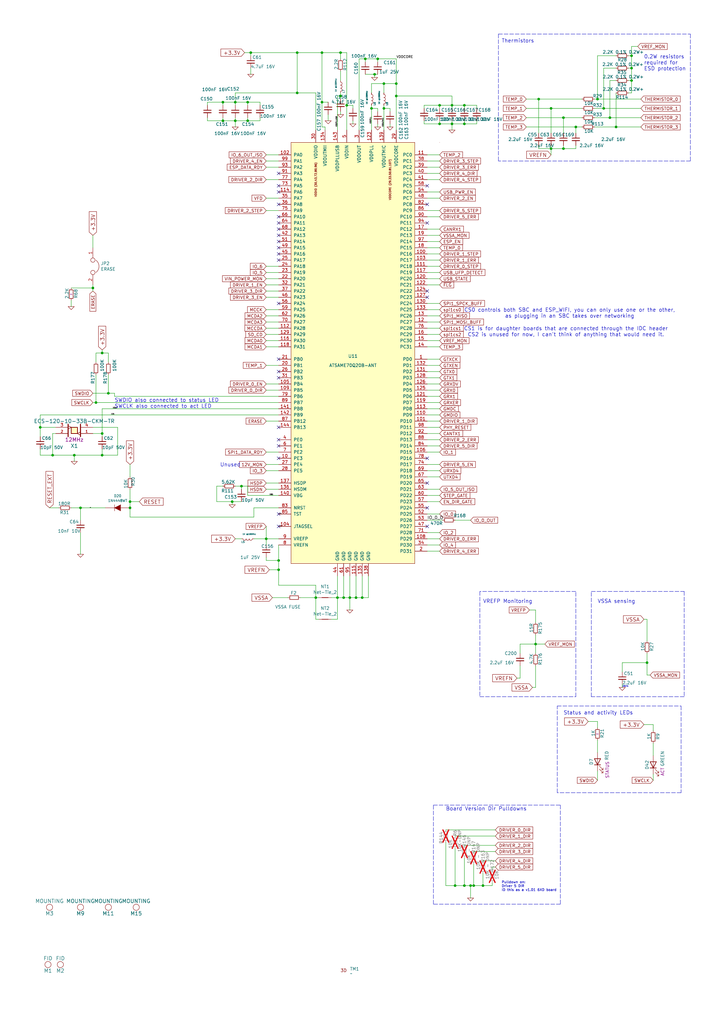
<source format=kicad_sch>
(kicad_sch (version 20250114) (generator "eeschema") (generator_version "9.0")
  (paper "A3" portrait)
  (title_block (title "Duet 3 Main Board 3DP") (date "2023-02-22") (rev "1.5") (company "3DPotter") (comment 1 "(c) 3DPotter"))
  (text "Thermistors\n" (at 205.74 17.78 0) (effects (font (size 1.524 1.524)) (justify left bottom)))
  (text "VREFP Monitoring" (at 198.12 247.65 0) (effects (font (size 1.524 1.524)) (justify left bottom)))
  (text "0.2W resistors\nrequired for\nESD protection" (at 264.16 29.21 0) (effects (font (size 1.524 1.524)) (justify left bottom)))
  (text "VSSA sensing\n" (at 245.11 247.65 0) (effects (font (size 1.524 1.524)) (justify left bottom)))
  (text "SWDIO also connected to status LED\nSWCLK also connected to act LED" (at 46.99 167.64 0) (effects (font (size 1.524 1.524)) (justify left bottom)))
  (text "CS0 controls both SBC and ESP_WIFI, you can only use one or the other,\nas plugging in an SBC takes over networking" (at 233.68 128.524 0) (effects (font (size 1.524 1.524))))
  (text "CS1 is for daughter boards that are connected through the IDC header\nCS2 is unused for now, I can't think of anything that would need it." (at 232.156 136.144 0) (effects (font (size 1.524 1.524))))
  (text "VREFN" (at 255.27 281.94 0) (effects (font (size 0.508 0.508)) (justify left bottom)))
  (text "Status and activity LEDs" (at 231.14 293.37 0) (effects (font (size 1.524 1.524)) (justify left bottom)))
  (text "Board Version Dir Pulldowns" (at 182.88 332.74 0) (effects (font (size 1.524 1.524)) (justify left bottom)))
  (text "Unused\n" (at 94.488 190.754 0) (effects (font (size 1.524 1.524))))
  (text "Pulldown on:\nDriver 5 DIR\nID this as a v1.01 6XD board" (at 205.74 365.76 0) (effects (font (size 0.9906 0.9906)) (justify left bottom)))
  (junction (at 162.56 34.29))
  (junction (at 226.06 44.45))
  (junction (at 132.08 21.59))
  (junction (at 114.3 233.68))
  (junction (at 180.34 43.18))
  (junction (at 109.22 220.98))
  (junction (at 114.3 229.87))
  (junction (at 157.48 34.29))
  (junction (at 101.6 41.91))
  (junction (at 95.25 205.74))
  (junction (at 33.02 208.28))
  (junction (at 41.91 177.8))
  (junction (at 226.06 60.96))
  (junction (at 247.65 44.45))
  (junction (at 146.05 245.11))
  (junction (at 53.34 205.74))
  (junction (at 219.71 264.16))
  (junction (at 140.97 245.11))
  (junction (at 142.24 43.18))
  (junction (at 265.43 271.78))
  (junction (at 198.12 363.22))
  (junction (at 44.45 161.29))
  (junction (at 91.44 49.53))
  (junction (at 231.14 60.96))
  (junction (at 193.04 363.22))
  (junction (at 143.51 245.11))
  (junction (at 152.4 44.45))
  (junction (at 190.5 43.18))
  (junction (at 102.87 21.59))
  (junction (at 190.5 50.8))
  (junction (at 53.34 208.28))
  (junction (at 96.52 49.53))
  (junction (at 38.1 118.11))
  (junction (at 30.48 186.69))
  (junction (at 41.91 144.78))
  (junction (at 138.43 245.11))
  (junction (at 190.5 363.22))
  (junction (at 185.42 43.18))
  (junction (at 153.67 30.48))
  (junction (at 157.48 44.45))
  (junction (at 101.6 49.53))
  (junction (at 96.52 41.91))
  (junction (at 121.92 21.59))
  (junction (at 41.91 186.69))
  (junction (at 132.08 41.91))
  (junction (at 21.59 186.69))
  (junction (at 245.11 40.64))
  (junction (at 99.06 199.39))
  (junction (at 121.92 38.1))
  (junction (at 194.31 363.22))
  (junction (at 180.34 50.8))
  (junction (at 129.54 245.11))
  (junction (at 252.73 52.07))
  (junction (at 236.22 52.07))
  (junction (at 259.08 27.94))
  (junction (at 154.94 24.13))
  (junction (at 139.7 21.59))
  (junction (at 259.08 33.02))
  (junction (at 220.98 40.64))
  (junction (at 139.7 39.37))
  (junction (at 250.19 48.26))
  (junction (at 162.56 39.37))
  (junction (at 259.08 22.86))
  (junction (at 185.42 50.8))
  (junction (at 149.86 24.13))
  (junction (at 39.37 165.1))
  (junction (at 16.51 175.26))
  (junction (at 148.59 245.11))
  (junction (at 231.14 48.26))
  (junction (at 186.69 363.22))
  (junction (at 91.44 41.91))
  (no_connect (at 114.3 152.4))
  (no_connect (at 175.26 83.82))
  (no_connect (at 114.3 99.06))
  (no_connect (at 114.3 147.32))
  (no_connect (at 114.3 83.82))
  (no_connect (at 114.3 91.44))
  (no_connect (at 175.26 76.2))
  (no_connect (at 114.3 180.34))
  (no_connect (at 114.3 104.14))
  (no_connect (at 114.3 76.2))
  (no_connect (at 175.26 119.38))
  (no_connect (at 175.26 91.44))
  (no_connect (at 114.3 71.12))
  (no_connect (at 114.3 182.88))
  (no_connect (at 175.26 215.9))
  (no_connect (at 114.3 175.26))
  (no_connect (at 114.3 101.6))
  (no_connect (at 175.26 121.92))
  (no_connect (at 175.26 187.96))
  (no_connect (at 114.3 215.9))
  (no_connect (at 114.3 93.98))
  (no_connect (at 114.3 96.52))
  (no_connect (at 114.3 210.82))
  (no_connect (at 114.3 88.9))
  (no_connect (at 175.26 198.12))
  (no_connect (at 114.3 78.74))
  (no_connect (at 175.26 208.28))
  (no_connect (at 114.3 124.46))
  (no_connect (at 114.3 187.96))
  (no_connect (at 114.3 154.94))
  (no_connect (at 114.3 106.68))
  (wire (pts (xy 236.22 52.07) (xy 238.76 52.07)))
  (wire (pts (xy 153.67 30.48) (xy 149.86 30.48)))
  (wire (pts (xy 180.34 71.12) (xy 175.26 71.12)))
  (wire (pts (xy 186.69 213.36) (xy 193.04 213.36)))
  (wire (pts (xy 138.43 39.37) (xy 138.43 53.34)))
  (wire (pts (xy 138.43 245.11) (xy 138.43 236.22)))
  (polyline (pts (xy 204.47 13.97) (xy 283.21 13.97)) (stroke (width 0) (type dash)))
  (wire (pts (xy 231.14 60.96) (xy 236.22 60.96)))
  (wire (pts (xy 219.71 281.94) (xy 218.44 281.94)))
  (wire (pts (xy 250.19 48.26) (xy 262.89 48.26)))
  (polyline (pts (xy 283.21 66.04) (xy 204.47 66.04)) (stroke (width 0) (type dash)))
  (wire (pts (xy 180.34 68.58) (xy 175.26 68.58)))
  (polyline (pts (xy 229.87 370.84) (xy 177.8 370.84)) (stroke (width 0) (type dash)))
  (wire (pts (xy 16.51 186.69) (xy 16.51 184.15)))
  (wire (pts (xy 153.67 31.75) (xy 153.67 30.48)))
  (wire (pts (xy 238.76 40.64) (xy 220.98 40.64)))
  (wire (pts (xy 186.69 347.98) (xy 186.69 363.22)))
  (wire (pts (xy 186.69 363.22) (xy 190.5 363.22)))
  (wire (pts (xy 160.02 52.07) (xy 160.02 50.8)))
  (wire (pts (xy 109.22 185.42) (xy 114.3 185.42)))
  (wire (pts (xy 152.4 43.18) (xy 152.4 44.45)))
  (wire (pts (xy 226.06 60.96) (xy 220.98 60.96)))
  (wire (pts (xy 201.93 356.87) (xy 201.93 355.6)))
  (wire (pts (xy 259.08 19.05) (xy 261.62 19.05)))
  (wire (pts (xy 154.94 44.45) (xy 152.4 44.45)))
  (polyline (pts (xy 236.22 242.57) (xy 196.85 242.57)) (stroke (width 0) (type dash)))
  (wire (pts (xy 139.7 46.99) (xy 139.7 45.72)))
  (wire (pts (xy 243.84 40.64) (xy 245.11 40.64)))
  (wire (pts (xy 96.52 199.39) (xy 99.06 199.39)))
  (wire (pts (xy 180.34 134.62) (xy 175.26 134.62)))
  (wire (pts (xy 109.22 157.48) (xy 114.3 157.48)))
  (wire (pts (xy 175.26 124.46) (xy 180.34 124.46)))
  (wire (pts (xy 38.1 119.38) (xy 38.1 118.11)))
  (wire (pts (xy 215.9 44.45) (xy 226.06 44.45)))
  (polyline (pts (xy 204.47 13.97) (xy 204.47 66.04)) (stroke (width 0) (type dash)))
  (wire (pts (xy 180.34 226.06) (xy 175.26 226.06)))
  (wire (pts (xy 231.14 60.96) (xy 231.14 59.69)))
  (wire (pts (xy 175.26 205.74) (xy 180.34 205.74)))
  (wire (pts (xy 162.56 24.13) (xy 154.94 24.13)))
  (polyline (pts (xy 196.85 242.57) (xy 196.85 285.75)) (stroke (width 0) (type dash)))
  (wire (pts (xy 180.34 43.18) (xy 173.99 43.18)))
  (wire (pts (xy 114.3 132.08) (xy 109.22 132.08)))
  (wire (pts (xy 33.02 208.28) (xy 43.18 208.28)))
  (wire (pts (xy 114.3 139.7) (xy 109.22 139.7)))
  (wire (pts (xy 160.02 44.45) (xy 157.48 44.45)))
  (wire (pts (xy 180.34 109.22) (xy 175.26 109.22)))
  (wire (pts (xy 91.44 49.53) (xy 85.09 49.53)))
  (wire (pts (xy 226.06 60.96) (xy 226.06 59.69)))
  (polyline (pts (xy 279.4 289.56) (xy 279.4 325.12)) (stroke (width 0) (type dash)))
  (wire (pts (xy 215.9 52.07) (xy 236.22 52.07)))
  (wire (pts (xy 102.87 22.86) (xy 102.87 21.59)))
  (wire (pts (xy 104.14 208.28) (xy 114.3 208.28)))
  (wire (pts (xy 22.86 177.8) (xy 21.59 177.8)))
  (wire (pts (xy 175.26 167.64) (xy 180.34 167.64)))
  (polyline (pts (xy 177.8 330.2) (xy 229.87 330.2)) (stroke (width 0) (type dash)))
  (wire (pts (xy 21.59 177.8) (xy 21.59 186.69)))
  (wire (pts (xy 91.44 41.91) (xy 85.09 41.91)))
  (wire (pts (xy 148.59 245.11) (xy 151.13 245.11)))
  (wire (pts (xy 193.04 363.22) (xy 194.31 363.22)))
  (wire (pts (xy 109.22 73.66) (xy 114.3 73.66)))
  (wire (pts (xy 259.08 33.02) (xy 259.08 38.1)))
  (wire (pts (xy 102.87 27.94) (xy 102.87 30.48)))
  (wire (pts (xy 180.34 101.6) (xy 175.26 101.6)))
  (wire (pts (xy 175.26 162.56) (xy 180.34 162.56)))
  (wire (pts (xy 247.65 44.45) (xy 262.89 44.45)))
  (wire (pts (xy 109.22 229.87) (xy 114.3 229.87)))
  (wire (pts (xy 259.08 19.05) (xy 259.08 22.86)))
  (polyline (pts (xy 283.21 13.97) (xy 283.21 66.04)) (stroke (width 0) (type dash)))
  (wire (pts (xy 109.22 215.9) (xy 109.22 220.98)))
  (wire (pts (xy 139.7 38.1) (xy 139.7 39.37)))
  (wire (pts (xy 190.5 351.79) (xy 190.5 363.22)))
  (wire (pts (xy 175.26 220.98) (xy 180.34 220.98)))
  (wire (pts (xy 195.58 44.45) (xy 195.58 43.18)))
  (wire (pts (xy 190.5 44.45) (xy 190.5 43.18)))
  (wire (pts (xy 180.34 132.08) (xy 175.26 132.08)))
  (wire (pts (xy 201.93 355.6) (xy 203.2 355.6)))
  (wire (pts (xy 175.26 149.86) (xy 180.34 149.86)))
  (wire (pts (xy 16.51 170.18) (xy 16.51 175.26)))
  (wire (pts (xy 123.19 245.11) (xy 129.54 245.11)))
  (wire (pts (xy 180.34 44.45) (xy 180.34 43.18)))
  (wire (pts (xy 190.5 50.8) (xy 190.5 49.53)))
  (wire (pts (xy 252.73 52.07) (xy 262.89 52.07)))
  (wire (pts (xy 267.97 317.5) (xy 267.97 320.04)))
  (wire (pts (xy 109.22 160.02) (xy 114.3 160.02)))
  (wire (pts (xy 180.34 104.14) (xy 175.26 104.14)))
  (wire (pts (xy 104.14 208.28) (xy 104.14 212.09)))
  (wire (pts (xy 267.97 297.18) (xy 267.97 299.72)))
  (wire (pts (xy 33.02 218.44) (xy 33.02 227.33)))
  (wire (pts (xy 194.31 363.22) (xy 198.12 363.22)))
  (wire (pts (xy 180.34 137.16) (xy 175.26 137.16)))
  (wire (pts (xy 38.1 175.26) (xy 48.26 175.26)))
  (polyline (pts (xy 196.85 285.75) (xy 236.22 285.75)) (stroke (width 0) (type dash)))
  (wire (pts (xy 96.52 52.07) (xy 96.52 49.53)))
  (wire (pts (xy 185.42 43.18) (xy 180.34 43.18)))
  (wire (pts (xy 162.56 53.34) (xy 162.56 39.37)))
  (wire (pts (xy 132.08 52.07) (xy 133.35 52.07)))
  (wire (pts (xy 140.97 245.11) (xy 143.51 245.11)))
  (wire (pts (xy 139.7 29.21) (xy 139.7 33.02)))
  (wire (pts (xy 243.84 48.26) (xy 250.19 48.26)))
  (wire (pts (xy 104.14 220.98) (xy 109.22 220.98)))
  (polyline (pts (xy 229.87 330.2) (xy 229.87 370.84)) (stroke (width 0) (type dash)))
  (wire (pts (xy 213.36 267.97) (xy 213.36 264.16)))
  (wire (pts (xy 114.3 223.52) (xy 114.3 229.87)))
  (wire (pts (xy 149.86 24.13) (xy 149.86 25.4)))
  (wire (pts (xy 38.1 96.52) (xy 38.1 101.6)))
  (wire (pts (xy 175.26 165.1) (xy 180.34 165.1)))
  (wire (pts (xy 129.54 245.11) (xy 130.81 245.11)))
  (wire (pts (xy 180.34 190.5) (xy 175.26 190.5)))
  (wire (pts (xy 99.06 199.39) (xy 99.06 200.66)))
  (wire (pts (xy 96.52 49.53) (xy 96.52 48.26)))
  (wire (pts (xy 236.22 54.61) (xy 236.22 52.07)))
  (wire (pts (xy 96.52 49.53) (xy 101.6 49.53)))
  (wire (pts (xy 215.9 48.26) (xy 231.14 48.26)))
  (wire (pts (xy 143.51 245.11) (xy 143.51 236.22)))
  (wire (pts (xy 215.9 40.64) (xy 220.98 40.64)))
  (wire (pts (xy 46.99 161.29) (xy 44.45 161.29)))
  (wire (pts (xy 95.25 207.01) (xy 95.25 205.74)))
  (wire (pts (xy 149.86 24.13) (xy 147.32 24.13)))
  (wire (pts (xy 48.26 186.69) (xy 41.91 186.69)))
  (wire (pts (xy 185.42 39.37) (xy 185.42 43.18)))
  (wire (pts (xy 109.22 190.5) (xy 114.3 190.5)))
  (wire (pts (xy 257.81 22.86) (xy 259.08 22.86)))
  (wire (pts (xy 96.52 43.18) (xy 96.52 41.91)))
  (wire (pts (xy 41.91 186.69) (xy 41.91 184.15)))
  (wire (pts (xy 212.09 278.13) (xy 213.36 278.13)))
  (wire (pts (xy 265.43 276.86) (xy 266.7 276.86)))
  (wire (pts (xy 114.3 240.03) (xy 129.54 240.03)))
  (wire (pts (xy 109.22 149.86) (xy 114.3 149.86)))
  (wire (pts (xy 109.22 66.04) (xy 114.3 66.04)))
  (wire (pts (xy 111.76 245.11) (xy 118.11 245.11)))
  (wire (pts (xy 175.26 154.94) (xy 180.34 154.94)))
  (wire (pts (xy 252.73 52.07) (xy 243.84 52.07)))
  (wire (pts (xy 245.11 40.64) (xy 262.89 40.64)))
  (wire (pts (xy 259.08 22.86) (xy 259.08 27.94)))
  (wire (pts (xy 180.34 106.68) (xy 175.26 106.68)))
  (wire (pts (xy 153.67 30.48) (xy 154.94 30.48)))
  (wire (pts (xy 53.34 212.09) (xy 53.34 208.28)))
  (wire (pts (xy 175.26 200.66) (xy 180.34 200.66)))
  (wire (pts (xy 173.99 43.18) (xy 173.99 44.45)))
  (wire (pts (xy 180.34 223.52) (xy 175.26 223.52)))
  (wire (pts (xy 114.3 142.24) (xy 109.22 142.24)))
  (wire (pts (xy 180.34 203.2) (xy 175.26 203.2)))
  (wire (pts (xy 132.08 41.91) (xy 132.08 21.59)))
  (wire (pts (xy 41.91 179.07) (xy 41.91 177.8)))
  (wire (pts (xy 257.81 27.94) (xy 259.08 27.94)))
  (wire (pts (xy 180.34 88.9) (xy 175.26 88.9)))
  (wire (pts (xy 175.26 175.26) (xy 180.34 175.26)))
  (wire (pts (xy 91.44 48.26) (xy 91.44 49.53)))
  (wire (pts (xy 144.78 44.45) (xy 144.78 43.18)))
  (wire (pts (xy 219.71 273.05) (xy 219.71 281.94)))
  (wire (pts (xy 132.08 21.59) (xy 139.7 21.59)))
  (wire (pts (xy 85.09 41.91) (xy 85.09 43.18)))
  (wire (pts (xy 129.54 245.11) (xy 129.54 254)))
  (wire (pts (xy 195.58 50.8) (xy 195.58 49.53)))
  (wire (pts (xy 220.98 54.61) (xy 220.98 40.64)))
  (wire (pts (xy 185.42 50.8) (xy 185.42 49.53)))
  (wire (pts (xy 180.34 129.54) (xy 175.26 129.54)))
  (wire (pts (xy 154.94 52.07) (xy 154.94 50.8)))
  (wire (pts (xy 104.14 212.09) (xy 53.34 212.09)))
  (wire (pts (xy 157.48 44.45) (xy 157.48 53.34)))
  (wire (pts (xy 175.26 195.58) (xy 180.34 195.58)))
  (wire (pts (xy 175.26 147.32) (xy 180.34 147.32)))
  (wire (pts (xy 175.26 213.36) (xy 181.61 213.36)))
  (wire (pts (xy 91.44 43.18) (xy 91.44 41.91)))
  (wire (pts (xy 175.26 81.28) (xy 180.34 81.28)))
  (wire (pts (xy 148.59 245.11) (xy 148.59 236.22)))
  (wire (pts (xy 175.26 99.06) (xy 180.34 99.06)))
  (wire (pts (xy 220.98 60.96) (xy 220.98 59.69)))
  (wire (pts (xy 267.97 304.8) (xy 267.97 309.88)))
  (wire (pts (xy 264.16 297.18) (xy 267.97 297.18)))
  (wire (pts (xy 29.21 123.19) (xy 29.21 125.73)))
  (wire (pts (xy 223.52 264.16) (xy 219.71 264.16)))
  (wire (pts (xy 194.31 354.33) (xy 194.31 363.22)))
  (wire (pts (xy 16.51 179.07) (xy 16.51 175.26)))
  (wire (pts (xy 180.34 172.72) (xy 175.26 172.72)))
  (wire (pts (xy 213.36 264.16) (xy 219.71 264.16)))
  (wire (pts (xy 114.3 162.56) (xy 46.99 162.56)))
  (wire (pts (xy 157.48 43.18) (xy 157.48 44.45)))
  (wire (pts (xy 195.58 43.18) (xy 190.5 43.18)))
  (wire (pts (xy 185.42 44.45) (xy 185.42 43.18)))
  (wire (pts (xy 135.89 245.11) (xy 138.43 245.11)))
  (wire (pts (xy 21.59 186.69) (xy 16.51 186.69)))
  (wire (pts (xy 33.02 208.28) (xy 33.02 213.36)))
  (wire (pts (xy 109.22 86.36) (xy 114.3 86.36)))
  (wire (pts (xy 154.94 24.13) (xy 154.94 25.4)))
  (wire (pts (xy 255.27 281.94) (xy 255.27 280.67)))
  (wire (pts (xy 252.73 38.1) (xy 252.73 52.07)))
  (wire (pts (xy 38.1 118.11) (xy 38.1 116.84)))
  (wire (pts (xy 106.68 43.18) (xy 106.68 41.91)))
  (wire (pts (xy 101.6 203.2) (xy 101.6 199.39)))
  (wire (pts (xy 198.12 353.06) (xy 203.2 353.06)))
  (wire (pts (xy 175.26 63.5) (xy 180.34 63.5)))
  (wire (pts (xy 101.6 49.53) (xy 106.68 49.53)))
  (polyline (pts (xy 280.67 285.75) (xy 242.57 285.75)) (stroke (width 0) (type dash)))
  (wire (pts (xy 143.51 245.11) (xy 146.05 245.11)))
  (wire (pts (xy 16.51 175.26) (xy 22.86 175.26)))
  (wire (pts (xy 146.05 245.11) (xy 146.05 236.22)))
  (wire (pts (xy 133.35 52.07) (xy 133.35 53.34)))
  (wire (pts (xy 190.5 43.18) (xy 185.42 43.18)))
  (wire (pts (xy 96.52 220.98) (xy 99.06 220.98)))
  (wire (pts (xy 180.34 50.8) (xy 173.99 50.8)))
  (wire (pts (xy 180.34 93.98) (xy 175.26 93.98)))
  (wire (pts (xy 134.62 49.53) (xy 134.62 46.99)))
  (wire (pts (xy 109.22 172.72) (xy 114.3 172.72)))
  (wire (pts (xy 85.09 49.53) (xy 85.09 48.26)))
  (wire (pts (xy 114.3 233.68) (xy 114.3 240.03)))
  (wire (pts (xy 39.37 153.67) (xy 39.37 165.1)))
  (wire (pts (xy 88.9 199.39) (xy 88.9 205.74)))
  (wire (pts (xy 114.3 165.1) (xy 39.37 165.1)))
  (wire (pts (xy 109.22 193.04) (xy 114.3 193.04)))
  (polyline (pts (xy 228.6 325.12) (xy 228.6 289.56)) (stroke (width 0) (type dash)))
  (wire (pts (xy 180.34 49.53) (xy 180.34 50.8)))
  (wire (pts (xy 190.5 363.22) (xy 193.04 363.22)))
  (wire (pts (xy 180.34 142.24) (xy 175.26 142.24)))
  (wire (pts (xy 265.43 254) (xy 265.43 262.89)))
  (wire (pts (xy 252.73 22.86) (xy 245.11 22.86)))
  (wire (pts (xy 154.94 45.72) (xy 154.94 44.45)))
  (wire (pts (xy 143.51 245.11) (xy 143.51 250.19)))
  (wire (pts (xy 114.3 203.2) (xy 101.6 203.2)))
  (polyline (pts (xy 228.6 289.56) (xy 279.4 289.56)) (stroke (width 0) (type dash)))
  (wire (pts (xy 219.71 260.35) (xy 219.71 264.16)))
  (wire (pts (xy 157.48 34.29) (xy 157.48 38.1)))
  (polyline (pts (xy 280.67 242.57) (xy 280.67 285.75)) (stroke (width 0) (type dash)))
  (wire (pts (xy 226.06 60.96) (xy 231.14 60.96)))
  (wire (pts (xy 30.48 186.69) (xy 41.91 186.69)))
  (wire (pts (xy 53.34 205.74) (xy 53.34 208.28)))
  (wire (pts (xy 114.3 220.98) (xy 109.22 220.98)))
  (wire (pts (xy 29.21 118.11) (xy 38.1 118.11)))
  (wire (pts (xy 109.22 111.76) (xy 114.3 111.76)))
  (polyline (pts (xy 177.8 370.84) (xy 177.8 330.2)) (stroke (width 0) (type dash)))
  (wire (pts (xy 101.6 41.91) (xy 96.52 41.91)))
  (wire (pts (xy 44.45 153.67) (xy 44.45 161.29)))
  (polyline (pts (xy 236.22 285.75) (xy 236.22 242.57)) (stroke (width 0) (type dash)))
  (polyline (pts (xy 242.57 285.75) (xy 242.57 242.57)) (stroke (width 0) (type dash)))
  (wire (pts (xy 265.43 271.78) (xy 265.43 276.86)))
  (wire (pts (xy 140.97 245.11) (xy 140.97 236.22)))
  (wire (pts (xy 53.34 200.66) (xy 53.34 205.74)))
  (wire (pts (xy 226.06 44.45) (xy 238.76 44.45)))
  (wire (pts (xy 154.94 24.13) (xy 149.86 24.13)))
  (wire (pts (xy 175.26 114.3) (xy 180.34 114.3)))
  (wire (pts (xy 203.2 349.25) (xy 194.31 349.25)))
  (wire (pts (xy 180.34 78.74) (xy 175.26 78.74)))
  (wire (pts (xy 138.43 254) (xy 138.43 245.11)))
  (wire (pts (xy 198.12 363.22) (xy 201.93 363.22)))
  (wire (pts (xy 134.62 41.91) (xy 132.08 41.91)))
  (wire (pts (xy 129.54 53.34) (xy 129.54 38.1)))
  (wire (pts (xy 152.4 34.29) (xy 157.48 34.29)))
  (polyline (pts (xy 279.4 325.12) (xy 228.6 325.12)) (stroke (width 0) (type dash)))
  (wire (pts (xy 39.37 144.78) (xy 41.91 144.78)))
  (wire (pts (xy 162.56 39.37) (xy 185.42 39.37)))
  (wire (pts (xy 139.7 39.37) (xy 139.7 40.64)))
  (polyline (pts (xy 242.57 242.57) (xy 280.67 242.57)) (stroke (width 0) (type dash)))
  (wire (pts (xy 198.12 358.14) (xy 198.12 363.22)))
  (wire (pts (xy 219.71 250.19) (xy 219.71 255.27)))
  (wire (pts (xy 245.11 22.86) (xy 245.11 40.64)))
  (wire (pts (xy 109.22 81.28) (xy 114.3 81.28)))
  (wire (pts (xy 175.26 177.8) (xy 180.34 177.8)))
  (wire (pts (xy 144.78 50.8) (xy 144.78 49.53)))
  (wire (pts (xy 190.5 50.8) (xy 195.58 50.8)))
  (wire (pts (xy 245.11 303.53) (xy 245.11 308.61)))
  (wire (pts (xy 265.43 267.97) (xy 265.43 271.78)))
  (wire (pts (xy 162.56 34.29) (xy 157.48 34.29)))
  (wire (pts (xy 257.81 33.02) (xy 259.08 33.02)))
  (wire (pts (xy 109.22 200.66) (xy 114.3 200.66)))
  (wire (pts (xy 180.34 86.36) (xy 175.26 86.36)))
  (wire (pts (xy 106.68 41.91) (xy 101.6 41.91)))
  (wire (pts (xy 142.24 21.59) (xy 142.24 43.18)))
  (wire (pts (xy 245.11 295.91) (xy 245.11 298.45)))
  (wire (pts (xy 109.22 137.16) (xy 114.3 137.16)))
  (wire (pts (xy 138.43 245.11) (xy 140.97 245.11)))
  (wire (pts (xy 109.22 63.5) (xy 114.3 63.5)))
  (wire (pts (xy 231.14 54.61) (xy 231.14 48.26)))
  (wire (pts (xy 109.22 228.6) (xy 109.22 229.87)))
  (wire (pts (xy 182.88 363.22) (xy 186.69 363.22)))
  (wire (pts (xy 250.19 33.02) (xy 250.19 48.26)))
  (wire (pts (xy 252.73 33.02) (xy 250.19 33.02)))
  (wire (pts (xy 180.34 73.66) (xy 175.26 73.66)))
  (wire (pts (xy 236.22 60.96) (xy 236.22 59.69)))
  (wire (pts (xy 41.91 143.51) (xy 41.91 144.78)))
  (wire (pts (xy 129.54 254) (xy 130.81 254)))
  (wire (pts (xy 217.17 250.19) (xy 219.71 250.19)))
  (wire (pts (xy 226.06 54.61) (xy 226.06 44.45)))
  (wire (pts (xy 180.34 116.84) (xy 175.26 116.84)))
  (wire (pts (xy 30.48 186.69) (xy 21.59 186.69)))
  (wire (pts (xy 203.2 346.71) (xy 190.5 346.71)))
  (wire (pts (xy 185.42 50.8) (xy 190.5 50.8)))
  (wire (pts (xy 139.7 39.37) (xy 138.43 39.37)))
  (wire (pts (xy 139.7 21.59) (xy 142.24 21.59)))
  (wire (pts (xy 88.9 199.39) (xy 91.44 199.39)))
  (wire (pts (xy 57.15 205.74) (xy 53.34 205.74)))
  (wire (pts (xy 151.13 245.11) (xy 151.13 236.22)))
  (wire (pts (xy 41.91 177.8) (xy 41.91 167.64)))
  (wire (pts (xy 241.3 295.91) (xy 245.11 295.91)))
  (wire (pts (xy 193.04 368.3) (xy 193.04 363.22)))
  (wire (pts (xy 109.22 220.98) (xy 109.22 223.52)))
  (wire (pts (xy 44.45 161.29) (xy 38.1 161.29)))
  (wire (pts (xy 109.22 119.38) (xy 114.3 119.38)))
  (wire (pts (xy 175.26 182.88) (xy 180.34 182.88)))
  (wire (pts (xy 20.32 208.28) (xy 24.13 208.28)))
  (wire (pts (xy 152.4 38.1) (xy 152.4 34.29)))
  (wire (pts (xy 180.34 218.44) (xy 175.26 218.44)))
  (wire (pts (xy 44.45 144.78) (xy 44.45 148.59)))
  (wire (pts (xy 39.37 165.1) (xy 38.1 165.1)))
  (wire (pts (xy 121.92 21.59) (xy 132.08 21.59)))
  (wire (pts (xy 265.43 271.78) (xy 255.27 271.78)))
  (wire (pts (xy 213.36 273.05) (xy 213.36 278.13)))
  (wire (pts (xy 29.21 208.28) (xy 33.02 208.28)))
  (wire (pts (xy 132.08 41.91) (xy 132.08 52.07)))
  (wire (pts (xy 219.71 264.16) (xy 219.71 267.97)))
  (wire (pts (xy 146.05 245.11) (xy 148.59 245.11)))
  (wire (pts (xy 101.6 199.39) (xy 99.06 199.39)))
  (wire (pts (xy 245.11 316.23) (xy 245.11 320.04)))
  (wire (pts (xy 102.87 21.59) (xy 121.92 21.59)))
  (wire (pts (xy 247.65 27.94) (xy 247.65 44.45)))
  (wire (pts (xy 180.34 96.52) (xy 175.26 96.52)))
  (wire (pts (xy 53.34 190.5) (xy 53.34 195.58)))
  (wire (pts (xy 173.99 50.8) (xy 173.99 49.53)))
  (wire (pts (xy 201.93 363.22) (xy 201.93 361.95)))
  (wire (pts (xy 175.26 180.34) (xy 180.34 180.34)))
  (wire (pts (xy 226.06 60.96) (xy 226.06 63.5)))
  (wire (pts (xy 252.73 27.94) (xy 247.65 27.94)))
  (wire (pts (xy 129.54 240.03) (xy 129.54 245.11)))
  (wire (pts (xy 95.25 205.74) (xy 99.06 205.74)))
  (wire (pts (xy 109.22 121.92) (xy 114.3 121.92)))
  (wire (pts (xy 182.88 345.44) (xy 182.88 363.22)))
  (wire (pts (xy 101.6 43.18) (xy 101.6 41.91)))
  (wire (pts (xy 180.34 127) (xy 175.26 127)))
  (wire (pts (xy 180.34 210.82) (xy 175.26 210.82)))
  (wire (pts (xy 142.24 43.18) (xy 142.24 53.34)))
  (wire (pts (xy 259.08 27.94) (xy 259.08 33.02)))
  (wire (pts (xy 162.56 34.29) (xy 162.56 24.13)))
  (wire (pts (xy 175.26 193.04) (xy 180.34 193.04)))
  (wire (pts (xy 152.4 44.45) (xy 152.4 53.34)))
  (wire (pts (xy 175.26 152.4) (xy 180.34 152.4)))
  (wire (pts (xy 231.14 48.26) (xy 238.76 48.26)))
  (wire (pts (xy 182.88 340.36) (xy 203.2 340.36)))
  (wire (pts (xy 147.32 24.13) (xy 147.32 53.34)))
  (wire (pts (xy 255.27 271.78) (xy 255.27 275.59)))
  (wire (pts (xy 96.52 41.91) (xy 91.44 41.91)))
  (wire (pts (xy 30.48 189.23) (xy 30.48 186.69)))
  (wire (pts (xy 175.26 185.42) (xy 180.34 185.42)))
  (wire (pts (xy 88.9 205.74) (xy 95.25 205.74)))
  (wire (pts (xy 129.54 38.1) (xy 121.92 38.1)))
  (wire (pts (xy 175.26 170.18) (xy 180.34 170.18)))
  (wire (pts (xy 16.51 170.18) (xy 114.3 170.18)))
  (wire (pts (xy 121.92 38.1) (xy 96.52 38.1)))
  (wire (pts (xy 46.99 162.56) (xy 46.99 161.29)))
  (wire (pts (xy 110.49 233.68) (xy 114.3 233.68)))
  (wire (pts (xy 185.42 50.8) (xy 180.34 50.8)))
  (wire (pts (xy 139.7 24.13) (xy 139.7 21.59)))
  (wire (pts (xy 162.56 39.37) (xy 162.56 34.29)))
  (wire (pts (xy 121.92 38.1) (xy 121.92 21.59)))
  (wire (pts (xy 144.78 43.18) (xy 142.24 43.18)))
  (wire (pts (xy 135.89 254) (xy 138.43 254)))
  (wire (pts (xy 185.42 53.34) (xy 185.42 50.8)))
  (wire (pts (xy 186.69 342.9) (xy 203.2 342.9)))
  (wire (pts (xy 39.37 144.78) (xy 39.37 148.59)))
  (wire (pts (xy 96.52 38.1) (xy 96.52 41.91)))
  (wire (pts (xy 41.91 177.8) (xy 38.1 177.8)))
  (wire (pts (xy 109.22 109.22) (xy 114.3 109.22)))
  (wire (pts (xy 264.16 254) (xy 265.43 254)))
  (wire (pts (xy 106.68 49.53) (xy 106.68 48.26)))
  (wire (pts (xy 114.3 134.62) (xy 109.22 134.62)))
  (wire (pts (xy 257.81 38.1) (xy 259.08 38.1)))
  (wire (pts (xy 243.84 44.45) (xy 247.65 44.45)))
  (wire (pts (xy 175.26 160.02) (xy 180.34 160.02)))
  (wire (pts (xy 48.26 175.26) (xy 48.26 186.69)))
  (wire (pts (xy 114.3 114.3) (xy 109.22 114.3)))
  (wire (pts (xy 102.87 21.59) (xy 100.33 21.59)))
  (wire (pts (xy 41.91 167.64) (xy 114.3 167.64)))
  (wire (pts (xy 160.02 45.72) (xy 160.02 44.45)))
  (wire (pts (xy 101.6 49.53) (xy 101.6 48.26)))
  (wire (pts (xy 114.3 127) (xy 109.22 127)))
  (wire (pts (xy 109.22 116.84) (xy 114.3 116.84)))
  (wire (pts (xy 180.34 111.76) (xy 175.26 111.76)))
  (wire (pts (xy 180.34 66.04) (xy 175.26 66.04)))
  (wire (pts (xy 96.52 49.53) (xy 91.44 49.53)))
  (wire (pts (xy 109.22 68.58) (xy 114.3 68.58)))
  (wire (pts (xy 109.22 198.12) (xy 114.3 198.12)))
  (wire (pts (xy 114.3 229.87) (xy 114.3 233.68)))
  (wire (pts (xy 114.3 129.54) (xy 109.22 129.54)))
  (wire (pts (xy 41.91 144.78) (xy 44.45 144.78)))
  (wire (pts (xy 180.34 139.7) (xy 175.26 139.7)))
  (wire (pts (xy 175.26 157.48) (xy 180.34 157.48)))
  (label "VDDPLLUSB" (at 138.43 52.07 90) (effects (font (size 0.508 0.508))))
  (label "XOUT" (at 48.26 167.64 180) (effects (font (size 0.508 0.508))))
  (label "rst" (at 36.83 208.28 0) (effects (font (size 0.2032 0.2032))))
  (label "VBG" (at 110.49 203.2 0) (effects (font (size 0.508 0.508))))
  (label "IO_0_O" (at 175.26 213.36 0))
  (label "VDDPLL" (at 152.4 50.8 90) (effects (font (size 0.508 0.508))))
  (label "NC_TST" (at 114.3 210.82 0) (effects (font (size 0.2032 0.2032))))
  (label "XIN" (at 46.99 170.18 180) (effects (font (size 0.508 0.508))))
  (label "VDDUTMIC" (at 157.48 52.07 90) (effects (font (size 0.508 0.508))))
  (label "VDDCORE" (at 162.56 24.13 0) (effects (font (size 0.9906 0.9906))))
  (label "NC_JSEL" (at 114.3 215.9 0) (effects (font (size 0.2032 0.2032))))
  (global_label "DRIVER_5_DIR" (shape input) (at 180.34 182.88 0) (property "Intersheetrefs" "${INTERSHEET_REFS}" (effects (hide yes))))
  (global_label "VSSA" (shape input) (at 111.76 245.11 180) (effects (font (size 1.524 1.524))) (property "Intersheetrefs" "${INTERSHEET_REFS}" (effects (hide yes))))
  (global_label "DRIVER_3_ERR" (shape input) (at 180.34 68.58 0) (property "Intersheetrefs" "${INTERSHEET_REFS}" (effects (hide yes))))
  (global_label "+3.3V" (shape input) (at 38.1 96.52 90) (effects (font (size 1.524 1.524))) (property "Intersheetrefs" "${INTERSHEET_REFS}" (effects (hide yes))))
  (global_label "VREFN" (shape input) (at 226.06 63.5 180) (effects (font (size 1.524 1.524))) (property "Intersheetrefs" "${INTERSHEET_REFS}" (effects (hide yes))))
  (global_label "HSDN" (shape input) (at 109.22 200.66 180) (property "Intersheetrefs" "${INTERSHEET_REFS}" (effects (hide yes))))
  (global_label "THERMISTOR_1" (shape input) (at 262.89 44.45 0) (property "Intersheetrefs" "${INTERSHEET_REFS}" (effects (hide yes))))
  (global_label "SPI1_DATA_RDY" (shape input) (at 109.22 185.42 180) (property "Intersheetrefs" "${INTERSHEET_REFS}" (effects (hide yes))))
  (global_label "DRIVER_2_STEP" (shape input) (at 109.22 86.36 180) (property "Intersheetrefs" "${INTERSHEET_REFS}" (effects (hide yes))))
  (global_label "DRIVER_3_DIR" (shape input) (at 109.22 119.38 180) (property "Intersheetrefs" "${INTERSHEET_REFS}" (effects (hide yes))))
  (global_label "USB_STATE" (shape input) (at 180.34 114.3 0) (property "Intersheetrefs" "${INTERSHEET_REFS}" (effects (hide yes))))
  (global_label "VSSA" (shape input) (at 218.44 281.94 180) (effects (font (size 1.524 1.524))) (property "Intersheetrefs" "${INTERSHEET_REFS}" (effects (hide yes))))
  (global_label "RESET" (shape input) (at 57.15 205.74 0) (effects (font (size 1.524 1.524))) (property "Intersheetrefs" "${INTERSHEET_REFS}" (effects (hide yes))))
  (global_label "VSSA_MON" (shape input) (at 180.34 96.52 0) (property "Intersheetrefs" "${INTERSHEET_REFS}" (effects (hide yes))))
  (global_label "GRX0" (shape input) (at 180.34 160.02 0) (property "Intersheetrefs" "${INTERSHEET_REFS}" (effects (hide yes))))
  (global_label "TEMP_2" (shape input) (at 215.9 48.26 180) (property "Intersheetrefs" "${INTERSHEET_REFS}" (effects (hide yes))))
  (global_label "VFD" (shape input) (at 109.22 81.28 180) (property "Intersheetrefs" "${INTERSHEET_REFS}" (effects (hide yes))))
  (global_label "~{FLG}" (shape input) (at 180.34 116.84 0) (property "Intersheetrefs" "${INTERSHEET_REFS}" (effects (hide yes))))
  (global_label "URXD4" (shape input) (at 180.34 193.04 0) (property "Intersheetrefs" "${INTERSHEET_REFS}" (effects (hide yes))))
  (global_label "IO_6_OUT_ISO" (shape input) (at 109.22 63.5 180) (property "Intersheetrefs" "${INTERSHEET_REFS}" (effects (hide yes))))
  (global_label "DRIVER_1_STEP" (shape input) (at 180.34 104.14 0) (property "Intersheetrefs" "${INTERSHEET_REFS}" (effects (hide yes))))
  (global_label "GMDIO" (shape input) (at 180.34 170.18 0) (property "Intersheetrefs" "${INTERSHEET_REFS}" (effects (hide yes))))
  (global_label "SWCLK" (shape input) (at 267.97 320.04 180) (property "Intersheetrefs" "${INTERSHEET_REFS}" (effects (hide yes))))
  (global_label "MCCK" (shape input) (at 109.22 127 180) (property "Intersheetrefs" "${INTERSHEET_REFS}" (effects (hide yes))))
  (global_label "DRIVER_4_EN" (shape input) (at 109.22 66.04 180) (property "Intersheetrefs" "${INTERSHEET_REFS}" (effects (hide yes))))
  (global_label "+3.3V" (shape input) (at 41.91 143.51 90) (effects (font (size 1.524 1.524))) (property "Intersheetrefs" "${INTERSHEET_REFS}" (effects (hide yes))))
  (global_label "GTX1" (shape input) (at 180.34 154.94 0) (property "Intersheetrefs" "${INTERSHEET_REFS}" (effects (hide yes))))
  (global_label "IO_4" (shape input) (at 180.34 223.52 0) (property "Intersheetrefs" "${INTERSHEET_REFS}" (effects (hide yes))))
  (global_label "12V_MON" (shape input) (at 109.22 190.5 180) (property "Intersheetrefs" "${INTERSHEET_REFS}" (effects (hide yes))))
  (global_label "+3.3V" (shape input) (at 53.34 190.5 90) (effects (font (size 1.524 1.524))) (property "Intersheetrefs" "${INTERSHEET_REFS}" (effects (hide yes))))
  (global_label "ESP_DATA_RDY" (shape input) (at 109.22 68.58 180) (property "Intersheetrefs" "${INTERSHEET_REFS}" (effects (hide yes))))
  (global_label "USB_UFP_DETECT" (shape input) (at 180.34 111.76 0) (property "Intersheetrefs" "${INTERSHEET_REFS}" (effects (hide yes))))
  (global_label "VREFN" (shape input) (at 110.49 233.68 180) (effects (font (size 1.524 1.524))) (property "Intersheetrefs" "${INTERSHEET_REFS}" (effects (hide yes))))
  (global_label "TEMP_1" (shape input) (at 215.9 44.45 180) (property "Intersheetrefs" "${INTERSHEET_REFS}" (effects (hide yes))))
  (global_label "VREF_MON" (shape input) (at 180.34 139.7 0) (property "Intersheetrefs" "${INTERSHEET_REFS}" (effects (hide yes))))
  (global_label "MCDA1" (shape input) (at 109.22 142.24 180) (property "Intersheetrefs" "${INTERSHEET_REFS}" (effects (hide yes))))
  (global_label "ERASE" (shape input) (at 109.22 172.72 180) (property "Intersheetrefs" "${INTERSHEET_REFS}" (effects (hide yes))))
  (global_label "DRIVER_3_STEP" (shape input) (at 180.34 66.04 0) (property "Intersheetrefs" "${INTERSHEET_REFS}" (effects (hide yes))))
  (global_label "IO_0" (shape input) (at 180.34 210.82 0) (property "Intersheetrefs" "${INTERSHEET_REFS}" (effects (hide yes))))
  (global_label "DRIVER_3_DIR" (shape input) (at 203.2 349.25 0) (property "Intersheetrefs" "${INTERSHEET_REFS}" (effects (hide yes))))
  (global_label "DRIVER_2_DIR" (shape input) (at 109.22 73.66 180) (property "Intersheetrefs" "${INTERSHEET_REFS}" (effects (hide yes))))
  (global_label "+3.3V" (shape input) (at 96.52 220.98 180) (effects (font (size 1.524 1.524))) (property "Intersheetrefs" "${INTERSHEET_REFS}" (effects (hide yes))))
  (global_label "SPI1_MOSI_BUFF" (shape input) (at 180.34 132.08 0) (property "Intersheetrefs" "${INTERSHEET_REFS}" (effects (hide yes))))
  (global_label "DRIVER_0_STEP" (shape input) (at 180.34 109.22 0) (property "Intersheetrefs" "${INTERSHEET_REFS}" (effects (hide yes))))
  (global_label "DRIVER_2_ERR" (shape input) (at 180.34 180.34 0) (property "Intersheetrefs" "${INTERSHEET_REFS}" (effects (hide yes))))
  (global_label "TEMP_3" (shape input) (at 215.9 52.07 180) (property "Intersheetrefs" "${INTERSHEET_REFS}" (effects (hide yes))))
  (global_label "IO_6" (shape input) (at 109.22 109.22 180) (property "Intersheetrefs" "${INTERSHEET_REFS}" (effects (hide yes))))
  (global_label "STEP_GATE" (shape input) (at 180.34 203.2 0) (property "Intersheetrefs" "${INTERSHEET_REFS}" (effects (hide yes))))
  (global_label "GTXCK" (shape input) (at 180.34 147.32 0) (property "Intersheetrefs" "${INTERSHEET_REFS}" (effects (hide yes))))
  (global_label "DRIVER_0_ERR" (shape input) (at 180.34 220.98 0) (property "Intersheetrefs" "${INTERSHEET_REFS}" (effects (hide yes))))
  (global_label "MCDA2" (shape input) (at 109.22 129.54 180) (property "Intersheetrefs" "${INTERSHEET_REFS}" (effects (hide yes))))
  (global_label "VIN_POWER_MON" (shape input) (at 109.22 114.3 180) (property "Intersheetrefs" "${INTERSHEET_REFS}" (effects (hide yes))))
  (global_label "GTX0" (shape input) (at 180.34 152.4 0) (property "Intersheetrefs" "${INTERSHEET_REFS}" (effects (hide yes))))
  (global_label "SWDIO" (shape input) (at 38.1 161.29 180) (property "Intersheetrefs" "${INTERSHEET_REFS}" (effects (hide yes))))
  (global_label "DRIVER_5_ERR" (shape input) (at 180.34 88.9 0) (property "Intersheetrefs" "${INTERSHEET_REFS}" (effects (hide yes))))
  (global_label "VREF_MON" (shape input) (at 261.62 19.05 0) (property "Intersheetrefs" "${INTERSHEET_REFS}" (effects (hide yes))))
  (global_label "DRIVER_1_ERR" (shape input) (at 180.34 106.68 0) (property "Intersheetrefs" "${INTERSHEET_REFS}" (effects (hide yes))))
  (global_label "GRX1" (shape input) (at 180.34 162.56 0) (property "Intersheetrefs" "${INTERSHEET_REFS}" (effects (hide yes))))
  (global_label "MCDA0" (shape input) (at 109.22 139.7 180) (property "Intersheetrefs" "${INTERSHEET_REFS}" (effects (hide yes))))
  (global_label "TEMP_0" (shape input) (at 180.34 101.6 0) (property "Intersheetrefs" "${INTERSHEET_REFS}" (effects (hide yes))))
  (global_label "DRIVER_5_STEP" (shape input) (at 180.34 86.36 0) (property "Intersheetrefs" "${INTERSHEET_REFS}" (effects (hide yes))))
  (global_label "spi1cs2" (shape input) (at 180.34 137.16 0) (property "Intersheetrefs" "${INTERSHEET_REFS}" (effects (hide yes))))
  (global_label "IO_0_OUT" (shape input) (at 193.04 213.36 0) (property "Intersheetrefs" "${INTERSHEET_REFS}" (effects (hide yes))))
  (global_label "DRIVER_5_EN" (shape input) (at 180.34 190.5 0) (property "Intersheetrefs" "${INTERSHEET_REFS}" (effects (hide yes))))
  (global_label "SWCLK" (shape input) (at 38.1 165.1 180) (property "Intersheetrefs" "${INTERSHEET_REFS}" (effects (hide yes))))
  (global_label "DRIVER_2_EN" (shape input) (at 180.34 81.28 0) (property "Intersheetrefs" "${INTERSHEET_REFS}" (effects (hide yes))))
  (global_label "ESP_EN" (shape input) (at 180.34 99.06 0) (property "Intersheetrefs" "${INTERSHEET_REFS}" (effects (hide yes))))
  (global_label "SPI1_SPCK_BUFF" (shape input) (at 180.34 124.46 0) (property "Intersheetrefs" "${INTERSHEET_REFS}" (effects (hide yes))))
  (global_label "THERMISTOR_2" (shape input) (at 262.89 48.26 0) (property "Intersheetrefs" "${INTERSHEET_REFS}" (effects (hide yes))))
  (global_label "TEMP_3" (shape input) (at 180.34 142.24 0) (property "Intersheetrefs" "${INTERSHEET_REFS}" (effects (hide yes))))
  (global_label "MCCDA" (shape input) (at 109.22 134.62 180) (property "Intersheetrefs" "${INTERSHEET_REFS}" (effects (hide yes))))
  (global_label "SD_CD" (shape input) (at 109.22 137.16 180) (property "Intersheetrefs" "${INTERSHEET_REFS}" (effects (hide yes))))
  (global_label "DRIVER_1_DIR" (shape input) (at 203.2 342.9 0) (property "Intersheetrefs" "${INTERSHEET_REFS}" (effects (hide yes))))
  (global_label "CANRX1" (shape input) (at 180.34 93.98 0) (property "Intersheetrefs" "${INTERSHEET_REFS}" (effects (hide yes))))
  (global_label "VREFP" (shape input) (at 109.22 215.9 180) (property "Intersheetrefs" "${INTERSHEET_REFS}" (effects (hide yes))))
  (global_label "IO_1" (shape input) (at 180.34 185.42 0) (property "Intersheetrefs" "${INTERSHEET_REFS}" (effects (hide yes))))
  (global_label "DRIVER_4_STEP" (shape input) (at 180.34 73.66 0) (property "Intersheetrefs" "${INTERSHEET_REFS}" (effects (hide yes))))
  (global_label "DRIVER_0_EN" (shape input) (at 109.22 157.48 180) (property "Intersheetrefs" "${INTERSHEET_REFS}" (effects (hide yes))))
  (global_label "ERASE" (shape input) (at 38.1 119.38 270) (property "Intersheetrefs" "${INTERSHEET_REFS}" (effects (hide yes))))
  (global_label "TEMP_1" (shape input) (at 109.22 149.86 180) (property "Intersheetrefs" "${INTERSHEET_REFS}" (effects (hide yes))))
  (global_label "VREFP" (shape input) (at 217.17 250.19 180) (property "Intersheetrefs" "${INTERSHEET_REFS}" (effects (hide yes))))
  (global_label "DRIVER_4_DIR" (shape input) (at 203.2 353.06 0) (property "Intersheetrefs" "${INTERSHEET_REFS}" (effects (hide yes))))
  (global_label "TEMP_2" (shape input) (at 180.34 63.5 0) (property "Intersheetrefs" "${INTERSHEET_REFS}" (effects (hide yes))))
  (global_label "THERMISTOR_0" (shape input) (at 262.89 40.64 0) (property "Intersheetrefs" "${INTERSHEET_REFS}" (effects (hide yes))))
  (global_label "+3.3V" (shape input) (at 241.3 295.91 180) (effects (font (size 1.524 1.524))) (property "Intersheetrefs" "${INTERSHEET_REFS}" (effects (hide yes))))
  (global_label "+3.3V" (shape input) (at 264.16 297.18 180) (effects (font (size 1.524 1.524))) (property "Intersheetrefs" "${INTERSHEET_REFS}" (effects (hide yes))))
  (global_label "PHY_RESET" (shape input) (at 180.34 175.26 0) (property "Intersheetrefs" "${INTERSHEET_REFS}" (effects (hide yes))))
  (global_label "SPI1_MISO" (shape input) (at 180.34 129.54 0) (property "Intersheetrefs" "${INTERSHEET_REFS}" (effects (hide yes))))
  (global_label "MCDA3" (shape input) (at 109.22 132.08 180) (property "Intersheetrefs" "${INTERSHEET_REFS}" (effects (hide yes))))
  (global_label "GRXDV" (shape input) (at 180.34 157.48 0) (property "Intersheetrefs" "${INTERSHEET_REFS}" (effects (hide yes))))
  (global_label "+3.3V" (shape input) (at 100.33 21.59 180) (effects (font (size 1.524 1.524))) (property "Intersheetrefs" "${INTERSHEET_REFS}" (effects (hide yes))))
  (global_label "GTXEN" (shape input) (at 180.34 149.86 0) (property "Intersheetrefs" "${INTERSHEET_REFS}" (effects (hide yes))))
  (global_label "DRIVER_2_DIR" (shape input) (at 203.2 346.71 0) (property "Intersheetrefs" "${INTERSHEET_REFS}" (effects (hide yes))))
  (global_label "HSDP" (shape input) (at 109.22 198.12 180) (property "Intersheetrefs" "${INTERSHEET_REFS}" (effects (hide yes))))
  (global_label "spi1cs1" (shape input) (at 180.34 134.62 0) (property "Intersheetrefs" "${INTERSHEET_REFS}" (effects (hide yes))))
  (global_label "RESET_EXT" (shape input) (at 20.32 208.28 90) (effects (font (size 1.524 1.524))) (property "Intersheetrefs" "${INTERSHEET_REFS}" (effects (hide yes))))
  (global_label "DRIVER_1_DIR" (shape input) (at 180.34 172.72 0) (property "Intersheetrefs" "${INTERSHEET_REFS}" (effects (hide yes))))
  (global_label "UTXD4" (shape input) (at 180.34 195.58 0) (property "Intersheetrefs" "${INTERSHEET_REFS}" (effects (hide yes))))
  (global_label "DRIVER_1_EN" (shape input) (at 109.22 116.84 180) (property "Intersheetrefs" "${INTERSHEET_REFS}" (effects (hide yes))))
  (global_label "DRIVER_4_ERR" (shape input) (at 180.34 226.06 0) (property "Intersheetrefs" "${INTERSHEET_REFS}" (effects (hide yes))))
  (global_label "DRIVER_0_DIR" (shape input) (at 203.2 340.36 0) (property "Intersheetrefs" "${INTERSHEET_REFS}" (effects (hide yes))))
  (global_label "VSSA_MON" (shape input) (at 266.7 276.86 0) (property "Intersheetrefs" "${INTERSHEET_REFS}" (effects (hide yes))))
  (global_label "IO_2" (shape input) (at 180.34 218.44 0) (property "Intersheetrefs" "${INTERSHEET_REFS}" (effects (hide yes))))
  (global_label "GRXER" (shape input) (at 180.34 165.1 0) (property "Intersheetrefs" "${INTERSHEET_REFS}" (effects (hide yes))))
  (global_label "VSSA" (shape input) (at 264.16 254 180) (effects (font (size 1.524 1.524))) (property "Intersheetrefs" "${INTERSHEET_REFS}" (effects (hide yes))))
  (global_label "GMDC" (shape input) (at 180.34 167.64 0) (property "Intersheetrefs" "${INTERSHEET_REFS}" (effects (hide yes))))
  (global_label "EN_DIR_GATE" (shape input) (at 180.34 205.74 0) (property "Intersheetrefs" "${INTERSHEET_REFS}" (effects (hide yes))))
  (global_label "TEMP_0" (shape input) (at 215.9 40.64 180) (property "Intersheetrefs" "${INTERSHEET_REFS}" (effects (hide yes))))
  (global_label "DRIVER_0_DIR" (shape input) (at 109.22 160.02 180) (property "Intersheetrefs" "${INTERSHEET_REFS}" (effects (hide yes))))
  (global_label "IO_5_OUT_ISO" (shape input) (at 180.34 200.66 0) (property "Intersheetrefs" "${INTERSHEET_REFS}" (effects (hide yes))))
  (global_label "VREF_MON" (shape input) (at 223.52 264.16 0) (property "Intersheetrefs" "${INTERSHEET_REFS}" (effects (hide yes))))
  (global_label "IO_5" (shape input) (at 109.22 111.76 180) (property "Intersheetrefs" "${INTERSHEET_REFS}" (effects (hide yes))))
  (global_label "spi1cs0" (shape input) (at 180.34 127 0) (property "Intersheetrefs" "${INTERSHEET_REFS}" (effects (hide yes))))
  (global_label "DRIVER_5_DIR" (shape input) (at 203.2 355.6 0) (property "Intersheetrefs" "${INTERSHEET_REFS}" (effects (hide yes))))
  (global_label "SWDIO" (shape input) (at 245.11 320.04 180) (property "Intersheetrefs" "${INTERSHEET_REFS}" (effects (hide yes))))
  (global_label "VREFN" (shape input) (at 212.09 278.13 180) (effects (font (size 1.524 1.524))) (property "Intersheetrefs" "${INTERSHEET_REFS}" (effects (hide yes))))
  (global_label "CANTX1" (shape input) (at 180.34 177.8 0) (property "Intersheetrefs" "${INTERSHEET_REFS}" (effects (hide yes))))
  (global_label "IO_3" (shape input) (at 109.22 193.04 180) (property "Intersheetrefs" "${INTERSHEET_REFS}" (effects (hide yes))))
  (global_label "DRIVER_3_EN" (shape input) (at 109.22 121.92 180) (property "Intersheetrefs" "${INTERSHEET_REFS}" (effects (hide yes))))
  (global_label "DRIVER_4_DIR" (shape input) (at 180.34 71.12 0) (property "Intersheetrefs" "${INTERSHEET_REFS}" (effects (hide yes))))
  (global_label "THERMISTOR_3" (shape input) (at 262.89 52.07 0) (property "Intersheetrefs" "${INTERSHEET_REFS}" (effects (hide yes))))
  (global_label "USB_PWR_EN" (shape input) (at 180.34 78.74 0) (property "Intersheetrefs" "${INTERSHEET_REFS}" (effects (hide yes))))
  (symbol (lib_name "GND_11") (lib_id "Duet3:GND") (at 30.48 189.23 0) (unit 1)
    (property "Reference" "#PWR048" (effects (hide yes)))
    (property "Value" "GND" (effects (hide yes)))
  )
  (symbol (lib_name "GND_12") (lib_id "Duet3:GND") (at 33.02 227.33 0) (mirror y) (unit 1)
    (property "Reference" "#PWR050" (effects (hide yes)))
    (property "Value" "GND" (effects (hide yes)))
  )
  (symbol (lib_name "GND_15") (lib_id "Duet3:GND") (at 143.51 250.19 0) (unit 1)
    (property "Reference" "#PWR045" (effects (hide yes)))
    (property "Value" "GND" (effects (hide yes)))
  )
  (symbol (lib_id "Device:C_Small") (at 16.51 181.61 0) (unit 1)
    (property "Reference" "C66" (at 17.145 179.705 0) (effects (justify left)))
    (property "Value" "10pF 50V" (at 16.51 183.515 0) (effects (justify left)))
    (property "Footprint" "Capacitor_SMD:C_0402_1005Metric" (effects (hide yes)))
    (property "Part Number" "GCM1555G1H100JA16D" (effects (hide yes)))
    (property "LCSC" "C17469973" (effects (hide yes)))
  )
  (symbol (lib_id "Device:C_Small") (at 41.91 181.61 0) (unit 1)
    (property "Reference" "C62" (at 42.545 179.705 0) (effects (justify left)))
    (property "Value" "10pF 50V" (at 41.91 183.515 0) (effects (justify left)))
    (property "Footprint" "Capacitor_SMD:C_0402_1005Metric" (effects (hide yes)))
    (property "Part Number" "GCM1555G1H100JA16D" (effects (hide yes)))
    (property "LCSC" "C17469973" (effects (hide yes)))
  )
  (symbol (lib_id "Device:C_Small") (at 33.02 215.9 0) (mirror y) (unit 1)
    (property "Reference" "C64" (at 32.385 213.995 0) (effects (justify left)))
    (property "Value" "10nF 10V" (at 33.02 217.805 0) (effects (justify left)))
    (property "Footprint" "Capacitor_SMD:C_0402_1005Metric" (effects (hide yes)))
    (property "Part Number" "GCM155R71E103KA37J" (effects (hide yes)))
    (property "LCSC" "C1852256" (effects (hide yes)))
  )
  (symbol (lib_name "GND_9") (lib_id "Duet3:GND") (at 96.52 52.07 0) (unit 1)
    (property "Reference" "#PWR047" (effects (hide yes)))
    (property "Value" "GND" (effects (hide yes)))
  )
  (symbol (lib_id "Duet3:CRYSTAL_4PIN") (at 30.48 176.53 180) (unit 1)
    (property "Reference" "X1" (at 30.48 182.88 0) (effects (font (size 1.524 1.524))))
    (property "Value" "ECS-120-10-33B-CKM-TR" (at 30.48 172.72 0) (effects (font (size 1.524 1.524))))
    (property "Footprint" "Crystal:Crystal_SMD_3225-4Pin_3.2x2.5mm" (effects (hide yes)))
    (property "Datasheet" "ECS-120-10-33B-CKM-TR" (effects (hide yes)))
    (property "Frequency" "12MHz" (at 30.48 180.34 0) (effects (font (size 1.524 1.524))))
    (property "Part Number" "FL1200112 / ECS-120-10-33B-CKM" (effects (hide yes)))
    (property "LCSC" "C2450718" (effects (hide yes)))
  )
  (symbol (lib_id "Device:R_Small") (at 120.65 245.11 90) (unit 1)
    (property "Reference" "F2" (at 120.4468 243.205 90))
    (property "Value" "VSSA FUSE" (at 118.11 248.92 90))
    (property "Footprint" "Fuse:Fuse_1206_3216Metric" (effects (hide yes)))
    (property "Part Number" "0ZCJ0020FF2E" (effects (hide yes)))
    (property "LCSC" "C6964258" (effects (hide yes)))
  )
  (symbol (lib_id "Device:C_Small") (at 102.87 25.4 0) (unit 1)
    (property "Reference" "C61" (at 103.505 23.495 0) (effects (justify left)))
    (property "Value" "4.7uF 16V" (at 102.87 27.305 0) (effects (justify left)))
    (property "Footprint" "Capacitor_SMD:C_0805_2012Metric" (effects (hide yes)))
    (property "Part Number" "GCM21BR71C475KA73L" (effects (hide yes)))
    (property "LCSC" "C90791" (effects (hide yes)))
  )
  (symbol (lib_id "Device:R_Small") (at 241.3 40.64 270) (mirror x) (unit 1)
    (property "Reference" "R29" (at 245.11 39.37 90))
    (property "Value" "10K" (at 241.6048 42.3672 90))
    (property "Footprint" "Resistor_SMD:R_0402_1005Metric" (effects (hide yes)))
    (property "Part Number" "AC0402FR-0710KL" (effects (hide yes)))
    (property "LCSC" "C144807" (effects (hide yes)))
  )
  (symbol (lib_id "Device:C_Small") (at 220.98 57.15 0) (mirror y) (unit 1)
    (property "Reference" "C55" (at 220.345 55.245 0) (effects (justify left)))
    (property "Value" "2.2uF 16V" (at 218.44 57.15 0) (effects (justify left)))
    (property "Footprint" "Capacitor_SMD:C_0603_1608Metric" (effects (hide yes)))
    (property "Part Number" "GRT188C71C225KE13D" (effects (hide yes)))
    (property "LCSC" "C883577" (effects (hide yes)))
  )
  (symbol (lib_id "Device:R_Small") (at 255.27 22.86 270) (mirror x) (unit 1)
    (property "Reference" "R28" (at 255.27 24.511 90))
    (property "Value" "2.2K 0.1% 0.2W+" (at 255.651 21.336 90))
    (property "Footprint" "Resistor_SMD:R_0603_1608Metric" (effects (hide yes)))
    (property "Part Number" "ERJ-PB3B2201V" (effects (hide yes)))
    (property "LCSC" "C2074576" (effects (hide yes)))
  )
  (symbol (lib_id "Duet3:L_MINI") (at 152.4 40.64 90) (unit 1)
    (property "Reference" "L6" (at 153.67 42.545 0) (effects (font (size 0.762 0.762))))
    (property "Value" "1K @100Mhz" (at 150.495 40.005 0) (effects (font (size 0.5588 0.5588))))
    (property "Footprint" "Resistor_SMD:R_0603_1608Metric" (effects (hide yes)))
    (property "Part Number" "GZ1608D102TF" (effects (hide yes)))
    (property "LCSC" "C35061" (effects (hide yes)))
  )
  (symbol (lib_id "Duet3:FID") (at 19.685 395.605 0) (unit 1) (in_bom no)
    (property "Reference" "M1" (at 19.685 398.145 0) (effects (font (size 1.524 1.524))))
    (property "Value" "FID" (at 19.685 393.065 0) (effects (font (size 1.524 1.524))))
    (property "Footprint" "Fiducial:Fiducial_0.75mm_Mask1.5mm" (effects (hide yes)))
    (property "Part Number" "Virtual Component DNP" (effects (hide yes)))
  )
  (symbol (lib_id "Duet3:FID") (at 24.765 395.605 0) (unit 1) (in_bom no)
    (property "Reference" "M2" (at 24.765 398.145 0) (effects (font (size 1.524 1.524))))
    (property "Value" "FID" (at 24.765 393.065 0) (effects (font (size 1.524 1.524))))
    (property "Footprint" "Fiducial:Fiducial_0.75mm_Mask1.5mm" (effects (hide yes)))
    (property "Part Number" "Virtual Component DNP" (effects (hide yes)))
  )
  (symbol (lib_id "Device:R_Small") (at 265.43 265.43 0) (unit 1)
    (property "Reference" "R27" (at 267.335 265.2268 90))
    (property "Value" "10K" (at 263.7028 265.1252 90))
    (property "Footprint" "Resistor_SMD:R_0402_1005Metric" (effects (hide yes)))
    (property "Part Number" "AC0402FR-0710KL" (effects (hide yes)))
    (property "LCSC" "C144807" (effects (hide yes)))
  )
  (symbol (lib_id "Device:R_Small") (at 26.67 208.28 90) (mirror x) (unit 1)
    (property "Reference" "R31" (at 26.4668 210.185 90))
    (property "Value" "180R" (at 26.3652 206.5528 90))
    (property "Footprint" "Resistor_SMD:R_0402_1005Metric" (effects (hide yes)))
    (property "Part Number" "AC0402FR-07180RL" (effects (hide yes)))
    (property "LCSC" "C226821" (effects (hide yes)))
  )
  (symbol (lib_id "Device:C_Small") (at 255.27 278.13 0) (unit 1)
    (property "Reference" "C51" (at 255.905 276.225 0) (effects (justify left)))
    (property "Value" "2.2uF 16V" (at 255.27 280.035 0) (effects (justify left)))
    (property "Footprint" "Capacitor_SMD:C_0603_1608Metric" (effects (hide yes)))
    (property "Part Number" " GRT188C71C225KE13D" (effects (hide yes)))
    (property "LCSC" "C883577" (effects (hide yes)))
  )
  (symbol (lib_id "Device:R_Small") (at 53.34 198.12 0) (mirror x) (unit 1)
    (property "Reference" "R30" (at 54.61 197.485 90))
    (property "Value" "10K" (at 51.6128 198.4248 90))
    (property "Footprint" "Resistor_SMD:R_0402_1005Metric" (effects (hide yes)))
    (property "Part Number" "AC0402FR-0710KL" (effects (hide yes)))
    (property "LCSC" "C144807" (effects (hide yes)))
  )
  (symbol (lib_id "Device:C_Small") (at 231.14 57.15 0) (mirror y) (unit 1)
    (property "Reference" "C65" (at 230.505 55.245 0) (effects (justify left)))
    (property "Value" "2.2uF 16V" (at 247.65 59.69 0) (effects (justify left)))
    (property "Footprint" "Capacitor_SMD:C_0603_1608Metric" (effects (hide yes)))
    (property "Part Number" "GRT188C71C225KE13D" (effects (hide yes)))
    (property "LCSC" "C883577" (effects (hide yes)))
  )
  (symbol (lib_id "Device:R_Small") (at 241.3 48.26 270) (mirror x) (unit 1)
    (property "Reference" "R33" (at 245.11 46.99 90))
    (property "Value" "10K" (at 241.6048 49.9872 90))
    (property "Footprint" "Resistor_SMD:R_0402_1005Metric" (effects (hide yes)))
    (property "Part Number" "AC0402FR-0710KL" (effects (hide yes)))
    (property "LCSC" "C144807" (effects (hide yes)))
  )
  (symbol (lib_id "Device:R_Small") (at 255.27 33.02 270) (mirror x) (unit 1)
    (property "Reference" "R34" (at 255.143 34.798 90))
    (property "Value" "2.2K 0.1% 0.2W+" (at 255.651 31.496 90))
    (property "Footprint" "Resistor_SMD:R_0603_1608Metric" (effects (hide yes)))
    (property "Part Number" "ERJ-PB3B2201V" (effects (hide yes)))
    (property "LCSC" "C2074576" (effects (hide yes)))
  )
  (symbol (lib_id "Device:C_Small") (at 226.06 57.15 0) (mirror y) (unit 1)
    (property "Reference" "C63" (at 225.425 55.245 0) (effects (justify left)))
    (property "Value" "2.2uF 16V" (at 227.33 59.69 0) (effects (justify left)))
    (property "Footprint" "Capacitor_SMD:C_0603_1608Metric" (effects (hide yes)))
    (property "Part Number" "GRT188C71C225KE13D" (effects (hide yes)))
    (property "LCSC" "C883577" (effects (hide yes)))
  )
  (symbol (lib_id "Device:R_Small") (at 255.27 27.94 270) (unit 1)
    (property "Reference" "R35" (at 255.143 29.718 90))
    (property "Value" "2.2K 0.1% 0.2W+" (at 255.524 26.416 90))
    (property "Footprint" "Resistor_SMD:R_0603_1608Metric" (effects (hide yes)))
    (property "Part Number" "ERJ-PB3B2201V" (effects (hide yes)))
    (property "LCSC" "C2074576" (effects (hide yes)))
  )
  (symbol (lib_id "Device:R_Small") (at 241.3 44.45 270) (mirror x) (unit 1)
    (property "Reference" "R32" (at 245.11 43.18 90))
    (property "Value" "10K" (at 241.6048 46.1772 90))
    (property "Footprint" "Resistor_SMD:R_0402_1005Metric" (effects (hide yes)))
    (property "Part Number" "AC0402FR-0710KL" (effects (hide yes)))
    (property "LCSC" "C144807" (effects (hide yes)))
  )
  (symbol (lib_id "Duet3:ATSAME70Q20A-AN_0-MCU_Microchip_SAME") (at 144.78 144.78 0) (unit 1)
    (property "Reference" "U11" (at 144.78 146.05 0))
    (property "Value" "ATSAME70Q20B-ANT" (at 144.78 149.86 0))
    (property "Footprint" "Package_QFP:LQFP-144_20x20mm_P0.5mm" (effects (hide yes)))
    (property "Datasheet" "http://ww1.microchip.com/downloads/en/DeviceDoc/Atmel-11296-32-bit-Cortex-M7-Microcontroller-SAM-E70Q-SAM-E70N-SAM-E70J_Datasheet.pdf" (effects (hide yes)))
    (property "Part Number" "ATSAME70Q20B-AN or ATSAMV71Q20B-AABT" (effects (hide yes)))
    (property "LCSC" "C612769" (effects (hide yes)))
  )
  (symbol (lib_id "Device:LED") (at 245.11 312.42 90) (unit 1)
    (property "Reference" "D7" (at 242.57 312.42 0))
    (property "Value" "RED" (at 248.92 309.88 0))
    (property "Footprint" "LED_SMD:LED_0603_1608Metric" (effects (hide yes)))
    (property "Description" "STATUS" (at 249.174 315.722 0))
    (property "Part Number" " SML-310LTT86" (effects (hide yes)))
    (property "LCSC" " C79636" (effects (hide yes)))
  )
  (symbol (lib_id "Device:R_Small") (at 245.11 300.99 0) (unit 1)
    (property "Reference" "R21" (at 247.015 300.7868 90))
    (property "Value" "1K" (at 243.3828 300.6852 90))
    (property "Footprint" "Resistor_SMD:R_0402_1005Metric" (effects (hide yes)))
    (property "Datasheet" "~" (at 245.11 300.99 0) (effects (font (size 1.524 1.524))))
    (property "Part Number" "AC0402FR-071KL" (effects (hide yes)))
    (property "LCSC" "C144789" (effects (hide yes)))
  )
  (symbol (lib_name "GND_7") (lib_id "Duet3:GND") (at 102.87 30.48 0) (unit 1)
    (property "Reference" "#PWR0137" (effects (hide yes)))
    (property "Value" "GND" (effects (hide yes)))
  )
  (symbol (lib_name "GND_6") (lib_id "Duet3:GND") (at 139.7 46.99 0) (unit 1)
    (property "Reference" "#PWR0138" (effects (hide yes)))
    (property "Value" "GND" (effects (hide yes)))
  )
  (symbol (lib_id "Duet3:L_MINI") (at 139.7 35.56 90) (unit 1)
    (property "Reference" "L7" (at 140.97 37.465 0) (effects (font (size 0.762 0.762))))
    (property "Value" "1K @100Mhz" (at 137.795 34.925 0) (effects (font (size 0.5588 0.5588))))
    (property "Footprint" "Resistor_SMD:R_0603_1608Metric" (effects (hide yes)))
    (property "Part Number" "GZ1608D102TF" (effects (hide yes)))
    (property "LCSC" "C35061" (effects (hide yes)))
  )
  (symbol (lib_id "Device:R_Small") (at 139.7 26.67 0) (unit 1)
    (property "Reference" "R112" (at 141.605 26.4668 90))
    (property "Value" "2.2R" (at 137.9728 26.3652 90))
    (property "Footprint" "Resistor_SMD:R_0402_1005Metric" (effects (hide yes)))
    (property "Part Number" "AC0402FR-072R2L" (effects (hide yes)))
    (property "LCSC" "C226973" (effects (hide yes)))
  )
  (symbol (lib_id "Device:C_Small") (at 139.7 43.18 0) (unit 1)
    (property "Reference" "C158" (at 137.287 39.751 0) (effects (justify left)))
    (property "Value" "4.7uF 16V" (at 135.89 41.783 0) (effects (justify left)))
    (property "Footprint" "Capacitor_SMD:C_0805_2012Metric" (effects (hide yes)))
    (property "Part Number" "GCM21BR71C475KA73L" (effects (hide yes)))
    (property "LCSC" "C90791" (effects (hide yes)))
  )
  (symbol (lib_id "Device:R_Small") (at 184.15 213.36 90) (mirror x) (unit 1)
    (property "Reference" "R168" (at 188.595 211.455 90))
    (property "Value" "470R" (at 179.07 214.63 90))
    (property "Footprint" "Resistor_SMD:R_0402_1005Metric" (effects (hide yes)))
    (property "Part Number" "AC0402FR-07470RL" (effects (hide yes)))
    (property "LCSC" "C227095" (effects (hide yes)))
  )
  (symbol (lib_name "GND_4") (lib_id "Duet3:GND") (at 144.78 50.8 0) (unit 1)
    (property "Reference" "#PWR0139" (effects (hide yes)))
    (property "Value" "GND" (effects (hide yes)))
  )
  (symbol (lib_id "Device:C_Small") (at 134.62 44.45 0) (unit 1)
    (property "Reference" "C157" (at 130.81 53.848 90) (effects (justify left)))
    (property "Value" "100nF 16V" (at 130.81 48.133 90) (effects (justify left)))
    (property "Footprint" "Capacitor_SMD:C_0402_1005Metric" (effects (hide yes)))
    (property "Part Number" "GRM155R71C104KA88D" (effects (hide yes)))
    (property "LCSC" "C71629" (effects (hide yes)))
  )
  (symbol (lib_name "GND_8") (lib_id "Duet3:GND") (at 134.62 49.53 0) (unit 1)
    (property "Reference" "#PWR0140" (effects (hide yes)))
    (property "Value" "GND" (effects (hide yes)))
  )
  (symbol (lib_id "Device:C_Small") (at 144.78 46.99 0) (unit 1)
    (property "Reference" "C159" (at 148.717 56.515 90) (effects (justify left)))
    (property "Value" "100nF 16V" (at 148.59 51.181 90) (effects (justify left)))
    (property "Footprint" "Capacitor_SMD:C_0402_1005Metric" (effects (hide yes)))
    (property "Part Number" "GRM155R71C104KA88D" (effects (hide yes)))
    (property "LCSC" "C71629" (effects (hide yes)))
  )
  (symbol (lib_id "Device:C_Small") (at 85.09 45.72 0) (unit 1)
    (property "Reference" "C150" (at 82.169 40.513 0) (effects (justify left)))
    (property "Value" "100nF 16V" (at 82.804 36.703 0) (effects (justify left)))
    (property "Footprint" "Capacitor_SMD:C_0402_1005Metric" (effects (hide yes)))
    (property "Part Number" "GRM155R71C104KA88D" (effects (hide yes)))
    (property "LCSC" "C71629" (effects (hide yes)))
  )
  (symbol (lib_id "Device:C_Small") (at 91.44 45.72 0) (unit 1)
    (property "Reference" "C151" (at 88.519 50.927 0) (effects (justify left)))
    (property "Value" "100nF 16V" (at 87.884 54.737 0) (effects (justify left)))
    (property "Footprint" "Capacitor_SMD:C_0402_1005Metric" (effects (hide yes)))
    (property "Part Number" "GRM155R71C104KA88D" (effects (hide yes)))
    (property "LCSC" "C71629" (effects (hide yes)))
  )
  (symbol (lib_id "Device:C_Small") (at 96.52 45.72 0) (unit 1)
    (property "Reference" "C152" (at 93.091 36.449 0) (effects (justify left)))
    (property "Value" "100nF 16V" (at 92.456 40.259 0) (effects (justify left)))
    (property "Footprint" "Capacitor_SMD:C_0402_1005Metric" (effects (hide yes)))
    (property "Part Number" "GRM155R71C104KA88D" (effects (hide yes)))
    (property "LCSC" "C71629" (effects (hide yes)))
  )
  (symbol (lib_id "Device:C_Small") (at 101.6 45.72 0) (unit 1)
    (property "Reference" "C154" (at 99.187 50.927 0) (effects (justify left)))
    (property "Value" "100nF 16V" (at 98.552 54.737 0) (effects (justify left)))
    (property "Footprint" "Capacitor_SMD:C_0402_1005Metric" (effects (hide yes)))
    (property "Part Number" "GRM155R71C104KA88D" (effects (hide yes)))
    (property "LCSC" "C71629" (effects (hide yes)))
  )
  (symbol (lib_id "Device:C_Small") (at 106.68 45.72 0) (unit 1)
    (property "Reference" "C155" (at 107.315 43.815 0) (effects (justify left)))
    (property "Value" "100nF 16V" (at 106.68 47.625 0) (effects (justify left)))
    (property "Footprint" "Capacitor_SMD:C_0402_1005Metric" (effects (hide yes)))
    (property "Part Number" "GRM155R71C104KA88D" (effects (hide yes)))
    (property "LCSC" "C71629" (effects (hide yes)))
  )
  (symbol (lib_name "GND_1") (lib_id "Duet3:GND") (at 185.42 53.34 0) (unit 1)
    (property "Reference" "#PWR0141" (effects (hide yes)))
    (property "Value" "GND" (effects (hide yes)))
  )
  (symbol (lib_id "Device:C_Small") (at 173.99 46.99 0) (unit 1)
    (property "Reference" "C164" (at 174.625 45.085 0) (effects (justify left)))
    (property "Value" "100nF 16V" (at 173.99 48.895 0) (effects (justify left)))
    (property "Footprint" "Capacitor_SMD:C_0402_1005Metric" (effects (hide yes)))
    (property "Part Number" "GRM155R71C104KA88D" (effects (hide yes)))
    (property "LCSC" "C71629" (effects (hide yes)))
  )
  (symbol (lib_id "Device:C_Small") (at 180.34 46.99 0) (unit 1)
    (property "Reference" "C165" (at 180.975 45.085 0) (effects (justify left)))
    (property "Value" "100nF 16V" (at 180.34 48.895 0) (effects (justify left)))
    (property "Footprint" "Capacitor_SMD:C_0402_1005Metric" (effects (hide yes)))
    (property "Part Number" "GRM155R71C104KA88D" (effects (hide yes)))
    (property "LCSC" "C71629" (effects (hide yes)))
  )
  (symbol (lib_id "Device:C_Small") (at 185.42 46.99 0) (unit 1)
    (property "Reference" "C166" (at 186.055 45.085 0) (effects (justify left)))
    (property "Value" "100nF 16V" (at 185.42 48.895 0) (effects (justify left)))
    (property "Footprint" "Capacitor_SMD:C_0402_1005Metric" (effects (hide yes)))
    (property "Part Number" "GRM155R71C104KA88D" (effects (hide yes)))
    (property "LCSC" "C71629" (effects (hide yes)))
  )
  (symbol (lib_id "Device:C_Small") (at 190.5 46.99 0) (unit 1)
    (property "Reference" "C167" (at 191.135 45.085 0) (effects (justify left)))
    (property "Value" "100nF 16V" (at 190.5 48.895 0) (effects (justify left)))
    (property "Footprint" "Capacitor_SMD:C_0402_1005Metric" (effects (hide yes)))
    (property "Part Number" "GRM155R71C104KA88D" (effects (hide yes)))
    (property "LCSC" "C71629" (effects (hide yes)))
  )
  (symbol (lib_id "Device:C_Small") (at 195.58 46.99 0) (unit 1)
    (property "Reference" "C168" (at 196.215 45.085 0) (effects (justify left)))
    (property "Value" "100nF 16V" (at 195.58 48.895 0) (effects (justify left)))
    (property "Footprint" "Capacitor_SMD:C_0402_1005Metric" (effects (hide yes)))
    (property "Part Number" "GRM155R71C104KA88D" (effects (hide yes)))
    (property "LCSC" "C71629" (effects (hide yes)))
  )
  (symbol (lib_id "Device:C_Small") (at 154.94 27.94 0) (mirror y) (unit 1)
    (property "Reference" "C161" (at 162.433 25.654 0) (effects (justify left)))
    (property "Value" "1uF 25V" (at 163.703 29.464 0) (effects (justify left)))
    (property "Footprint" "Capacitor_SMD:C_0603_1608Metric" (effects (hide yes)))
    (property "Part Number" "GCM188R71E105KA64D" (effects (hide yes)))
    (property "LCSC" "C85862" (effects (hide yes)))
  )
  (symbol (lib_id "Device:R_Small") (at 219.71 257.81 0) (unit 1)
    (property "Reference" "R175" (at 221.615 257.6068 90))
    (property "Value" "15R" (at 217.9828 257.5052 90))
    (property "Footprint" "Resistor_SMD:R_0402_1005Metric" (effects (hide yes)))
    (property "Part Number" "AC0402FR-0715RL" (effects (hide yes)))
    (property "LCSC" "C226797" (effects (hide yes)))
  )
  (symbol (lib_id "Device:C_Small") (at 149.86 27.94 0) (unit 1)
    (property "Reference" "C160" (at 146.05 30.607 90) (effects (justify left)))
    (property "Value" "100nF 16V" (at 144.018 22.987 0) (effects (justify left)))
    (property "Footprint" "Capacitor_SMD:C_0402_1005Metric" (effects (hide yes)))
    (property "Part Number" "GRM155R71C104KA88D" (effects (hide yes)))
    (property "LCSC" "C71629" (effects (hide yes)))
  )
  (symbol (lib_id "Device:R_Small") (at 219.71 270.51 0) (unit 1)
    (property "Reference" "R176" (at 221.615 270.3068 90))
    (property "Value" "4.7K" (at 217.9828 270.2052 90))
    (property "Footprint" "Resistor_SMD:R_0402_1005Metric" (effects (hide yes)))
    (property "Part Number" "AC0402FR-074K7L" (effects (hide yes)))
    (property "LCSC" "C174364" (effects (hide yes)))
  )
  (symbol (lib_id "Duet3:L_MINI") (at 157.48 40.64 90) (unit 1)
    (property "Reference" "L8" (at 158.75 42.545 0) (effects (font (size 0.762 0.762))))
    (property "Value" "1K @100Mhz" (at 155.575 40.005 0) (effects (font (size 0.5588 0.5588))))
    (property "Footprint" "Resistor_SMD:R_0603_1608Metric" (effects (hide yes)))
    (property "Part Number" "GZ1608D102TF" (effects (hide yes)))
    (property "LCSC" "C35061" (effects (hide yes)))
  )
  (symbol (lib_id "Device:C_Small") (at 154.94 48.26 0) (unit 1)
    (property "Reference" "C162" (at 164.465 57.277 90) (effects (justify left)))
    (property "Value" "100nF 16V" (at 164.338 51.689 90) (effects (justify left)))
    (property "Footprint" "Capacitor_SMD:C_0402_1005Metric" (effects (hide yes)))
    (property "Part Number" "GRM155R71C104KA88D" (effects (hide yes)))
    (property "LCSC" "C71629" (effects (hide yes)))
  )
  (symbol (lib_id "Device:C_Small") (at 160.02 48.26 0) (unit 1)
    (property "Reference" "C163" (at 166.751 57.277 90) (effects (justify left)))
    (property "Value" "100nF 16V" (at 166.624 51.689 90) (effects (justify left)))
    (property "Footprint" "Capacitor_SMD:C_0402_1005Metric" (effects (hide yes)))
    (property "Part Number" "GRM155R71C104KA88D" (effects (hide yes)))
    (property "LCSC" "C71629" (effects (hide yes)))
  )
  (symbol (lib_name "GND_2") (lib_id "Duet3:GND") (at 154.94 52.07 0) (unit 1)
    (property "Reference" "#PWR0142" (effects (hide yes)))
    (property "Value" "GND" (effects (hide yes)))
  )
  (symbol (lib_name "GND_5") (lib_id "Duet3:GND") (at 160.02 52.07 0) (unit 1)
    (property "Reference" "#PWR0143" (effects (hide yes)))
    (property "Value" "GND" (effects (hide yes)))
  )
  (symbol (lib_id "Device:C_Small") (at 213.36 270.51 0) (mirror y) (unit 1)
    (property "Reference" "C200" (at 212.09 267.97 0) (effects (justify left)))
    (property "Value" "2.2uF 16V" (at 210.82 271.78 0) (effects (justify left)))
    (property "Footprint" "Capacitor_SMD:C_0603_1608Metric" (effects (hide yes)))
    (property "Part Number" " GRT188C71C225KE13D" (effects (hide yes)))
    (property "LCSC" "C883577" (effects (hide yes)))
  )
  (symbol (lib_name "GND_3") (lib_id "Duet3:GND") (at 153.67 31.75 0) (unit 1)
    (property "Reference" "#PWR0144" (effects (hide yes)))
    (property "Value" "GND" (effects (hide yes)))
  )
  (symbol (lib_id "Device:R_Small") (at 44.45 151.13 180) (unit 1)
    (property "Reference" "R178" (at 43.18 154.94 90))
    (property "Value" "100K" (at 46.99 149.86 90))
    (property "Footprint" "Resistor_SMD:R_0402_1005Metric" (effects (hide yes)))
    (property "Part Number" "AC0402FR-07100KL" (effects (hide yes)))
    (property "LCSC" "C144809" (effects (hide yes)))
  )
  (symbol (lib_id "Device:R_Small") (at 39.37 151.13 180) (unit 1)
    (property "Reference" "R177" (at 38.1 154.94 90))
    (property "Value" "100K" (at 41.91 149.86 90))
    (property "Footprint" "Resistor_SMD:R_0402_1005Metric" (effects (hide yes)))
    (property "Part Number" "AC0402FR-07100KL" (effects (hide yes)))
    (property "LCSC" "C144809" (effects (hide yes)))
  )
  (symbol (lib_id "Device:Net-Tie_2") (at 133.35 245.11 0) (unit 1) (in_bom no)
    (property "Reference" "NT1" (at 133.35 240.5888 0))
    (property "Value" "Net-Tie_2" (at 133.35 242.9002 0))
    (property "Footprint" "NetTie:NetTie-2_SMD_Pad0.5mm" (effects (hide yes)))
    (property "Part Number" "Virtual Component DNP" (effects (hide yes)))
  )
  (symbol (lib_id "Duet3:DIODE") (at 48.26 208.28 180) (unit 1)
    (property "Reference" "D20" (at 48.26 203.4032 0) (effects (font (size 1.016 1.016))))
    (property "Value" "1N4448WT" (at 48.26 205.3336 0) (effects (font (size 1.016 1.016))))
    (property "Footprint" "Diode_SMD:D_SOD-523" (effects (hide yes)))
    (property "Part Number" "1N4448WT" (effects (hide yes)))
    (property "LCSC" "C896166" (effects (hide yes)))
  )
  (symbol (lib_name "GND_17") (lib_id "Duet3:GND") (at 255.27 281.94 0) (unit 1)
    (property "Reference" "#PWR0168" (effects (hide yes)))
    (property "Value" "GND" (effects (hide yes)))
  )
  (symbol (lib_id "Device:Jumper") (at 38.1 109.22 270) (unit 1)
    (property "Reference" "JP2" (at 41.3258 108.0516 90) (effects (justify left)))
    (property "Value" "ERASE" (at 41.3258 110.363 90) (effects (justify left)))
    (property "Footprint" "Connector_PinHeader_2.54mm:PinHeader_1x02_P2.54mm_Vertical" (effects (hide yes)))
    (property "Part Number" "PZ254V-11-02P" (effects (hide yes)))
    (property "LCSC" "C492401" (effects (hide yes)))
    (property "RotOffset" "90" (effects (hide yes)))
  )
  (symbol (lib_id "Device:R_Small") (at 93.98 199.39 90) (mirror x) (unit 1)
    (property "Reference" "R111" (at 93.345 201.295 90))
    (property "Value" "5.62K" (at 93.6752 197.6628 90))
    (property "Footprint" "Resistor_SMD:R_0402_1005Metric" (effects (hide yes)))
    (property "Part Number" "AT0402BRD075K62L" (effects (hide yes)))
    (property "LCSC" "C851068" (effects (hide yes)))
  )
  (symbol (lib_id "Device:C_Small") (at 99.06 203.2 0) (unit 1)
    (property "Reference" "C153" (at 92.075 203.835 0) (effects (justify left)))
    (property "Value" "10pF 50V" (at 99.06 205.105 0) (effects (justify left)))
    (property "Footprint" "Capacitor_SMD:C_0402_1005Metric" (effects (hide yes)))
    (property "Part Number" "GCM1555G1H100JA16D" (effects (hide yes)))
    (property "LCSC" "C17469973" (effects (hide yes)))
  )
  (symbol (lib_name "GND_14") (lib_id "Duet3:GND") (at 95.25 207.01 0) (mirror y) (unit 1)
    (property "Reference" "#PWR0145" (effects (hide yes)))
    (property "Value" "GND" (effects (hide yes)))
  )
  (symbol (lib_id "Device:C_Small") (at 109.22 226.06 0) (mirror y) (unit 1)
    (property "Reference" "C156" (at 112.268 224.028 0) (effects (justify left)))
    (property "Value" "1uF 25V" (at 106.68 228.6 0) (effects (justify left)))
    (property "Footprint" "Capacitor_SMD:C_0603_1608Metric" (effects (hide yes)))
    (property "Part Number" "GCM188R71E105KA64D" (effects (hide yes)))
    (property "LCSC" "C85862" (effects (hide yes)))
  )
  (symbol (lib_id "Device:Net-Tie_2") (at 133.35 254 0) (unit 1) (in_bom no)
    (property "Reference" "NT2" (at 133.35 249.4788 0))
    (property "Value" "Net-Tie_2" (at 133.35 251.7902 0))
    (property "Footprint" "NetTie:NetTie-2_SMD_Pad0.5mm" (effects (hide yes)))
    (property "Part Number" "Virtual Component DNP" (effects (hide yes)))
  )
  (symbol (lib_id "Duet3:L_MINI") (at 101.6 220.98 0) (unit 1)
    (property "Reference" "L5" (at 99.695 222.25 0) (effects (font (size 0.762 0.762))))
    (property "Value" "1K @100Mhz" (at 102.235 219.075 0) (effects (font (size 0.5588 0.5588))))
    (property "Footprint" "Resistor_SMD:R_0603_1608Metric" (effects (hide yes)))
    (property "Part Number" "GZ1608D102TF" (effects (hide yes)))
    (property "LCSC" "C35061" (effects (hide yes)))
  )
  (symbol (lib_id "Device:R_Small") (at 241.3 52.07 270) (mirror x) (unit 1)
    (property "Reference" "R113" (at 245.11 50.8 90))
    (property "Value" "10K" (at 241.6048 53.7972 90))
    (property "Footprint" "Resistor_SMD:R_0402_1005Metric" (effects (hide yes)))
    (property "Part Number" "AC0402FR-0710KL" (effects (hide yes)))
    (property "LCSC" "C144807" (effects (hide yes)))
  )
  (symbol (lib_id "Device:R_Small") (at 255.27 38.1 270) (mirror x) (unit 1)
    (property "Reference" "R114" (at 255.143 39.878 90))
    (property "Value" "2.2K 0.1% 0.2W+" (at 255.651 36.576 90))
    (property "Footprint" "Resistor_SMD:R_0603_1608Metric" (effects (hide yes)))
    (property "Part Number" "ERJ-PB3B2201V" (effects (hide yes)))
    (property "LCSC" "C2074576" (effects (hide yes)))
  )
  (symbol (lib_id "Device:C_Small") (at 236.22 57.15 0) (mirror y) (unit 1)
    (property "Reference" "C169" (at 235.585 55.245 0) (effects (justify left)))
    (property "Value" "2.2uF 16V" (at 256.54 57.15 0) (effects (justify left)))
    (property "Footprint" "Capacitor_SMD:C_0603_1608Metric" (effects (hide yes)))
    (property "Part Number" "GRT188C71C225KE13D" (effects (hide yes)))
    (property "LCSC" "C883577" (effects (hide yes)))
  )
  (symbol (lib_id "Device:R_Small") (at 201.93 359.41 0) (mirror x) (unit 1) (in_bom no) (on_board no) (dnp yes)
    (property "Reference" "R172" (at 201.93 354.965 90))
    (property "Value" "10K" (at 203.835 358.775 90))
    (property "Footprint" "Resistor_SMD:R_0402_1005Metric_Wbry" (effects (hide yes)))
    (property "Part Number" "AC0402FR-0710KL" (effects (hide yes)))
    (property "LCSC" "C144807" (effects (hide yes)))
  )
  (symbol (lib_id "Device:R_Small") (at 198.12 355.6 0) (mirror x) (unit 1) (in_bom no) (on_board no) (dnp yes)
    (property "Reference" "R163" (at 198.12 351.155 90))
    (property "Value" "10K - DNP" (at 200.025 354.965 90))
    (property "Footprint" "Resistor_SMD:R_0402_1005Metric_Wbry" (effects (hide yes)))
    (property "Part Number" "DNP" (effects (hide yes)))
  )
  (symbol (lib_id "Device:R_Small") (at 194.31 351.79 0) (mirror x) (unit 1) (in_bom no) (on_board no) (dnp yes)
    (property "Reference" "R147" (at 194.31 347.345 90))
    (property "Value" "10K - DNP" (at 196.215 351.155 90))
    (property "Footprint" "Resistor_SMD:R_0402_1005Metric_Wbry" (effects (hide yes)))
    (property "Part Number" "DNP" (effects (hide yes)))
  )
  (symbol (lib_id "Device:R_Small") (at 190.5 349.25 0) (mirror x) (unit 1) (in_bom no) (on_board no) (dnp yes)
    (property "Reference" "R146" (at 190.5 344.805 90))
    (property "Value" "10K - DNP" (at 192.405 348.615 90))
    (property "Footprint" "Resistor_SMD:R_0402_1005Metric_Wbry" (effects (hide yes)))
    (property "Part Number" "DNP" (effects (hide yes)))
  )
  (symbol (lib_id "Device:R_Small") (at 182.88 342.9 0) (mirror x) (unit 1) (in_bom no) (on_board no) (dnp yes)
    (property "Reference" "R144" (at 180.975 343.535 90))
    (property "Value" "10K" (at 184.785 346.075 90))
    (property "Footprint" "Resistor_SMD:R_0402_1005Metric_Wbry" (effects (hide yes)))
    (property "Part Number" "AC0402FR-0710KL" (effects (hide yes)))
    (property "LCSC" "C144807" (effects (hide yes)))
  )
  (symbol (lib_id "Device:LED") (at 267.97 313.69 90) (unit 1)
    (property "Reference" "D42" (at 265.43 313.69 0))
    (property "Value" "GREEN" (at 271.78 311.15 0))
    (property "Footprint" "LED_SMD:LED_0603_1608Metric" (effects (hide yes)))
    (property "Description" "ACT" (at 271.78 316.484 0))
    (property "Part Number" "A-SP192DGHC-C01-4T" (effects (hide yes)))
    (property "LCSC" "C19171301" (effects (hide yes)))
    (property "RotOffset" "180" (effects (hide yes)))
  )
  (symbol (lib_id "Device:R_Small") (at 267.97 302.26 0) (unit 1)
    (property "Reference" "R9" (at 269.875 302.0568 90))
    (property "Value" "1K" (at 266.2428 301.9552 90))
    (property "Footprint" "Resistor_SMD:R_0402_1005Metric" (effects (hide yes)))
    (property "Part Number" "AC0402FR-071KL" (effects (hide yes)))
    (property "LCSC" "C144789" (effects (hide yes)))
  )
  (symbol (lib_id "Device:R_Small") (at 186.69 345.44 0) (mirror x) (unit 1) (in_bom no) (on_board no) (dnp yes)
    (property "Reference" "R6" (at 186.69 341.63 90))
    (property "Value" "10K-DNP" (at 188.595 344.805 90))
    (property "Footprint" "Resistor_SMD:R_0402_1005Metric_Wbry" (effects (hide yes)))
    (property "Part Number" "DNP" (effects (hide yes)))
  )
  (symbol (lib_name "GND_16") (lib_id "Duet3:GND") (at 193.04 368.3 0) (unit 1)
    (property "Reference" "#PWR09" (effects (hide yes)))
    (property "Value" "GND" (effects (hide yes)))
  )
  (symbol (lib_name "GND_10") (lib_id "Duet3:GND") (at 29.21 125.73 0) (unit 1)
    (property "Reference" "#PWR0114" (effects (hide yes)))
    (property "Value" "GND" (effects (hide yes)))
  )
  (symbol (lib_id "DuetWifi-rescue:Mounting") (at 33.02 372.11 0) (unit 1) (in_bom no)
    (property "Reference" "M9" (at 33.02 374.65 0) (effects (font (size 1.524 1.524))))
    (property "Value" "MOUNTING" (at 33.02 369.57 0) (effects (font (size 1.524 1.524))))
    (property "Footprint" "3DPotter:Fixing_M4" (effects (hide yes)))
  )
  (symbol (lib_id "Device:R_Small") (at 29.21 120.65 0) (unit 1)
    (property "Reference" "R68" (at 31.115 120.4468 90))
    (property "Value" "2.2K" (at 27.4828 120.3452 90))
    (property "Footprint" "Resistor_SMD:R_0402_1005Metric" (effects (hide yes)))
    (property "Datasheet" "~" (at 29.21 120.65 0) (effects (font (size 1.524 1.524))))
    (property "Part Number" "AC0402FR-072K2L" (effects (hide yes)))
    (property "LCSC" "C144773" (effects (hide yes)))
  )
  (symbol (lib_id "DuetWifi-rescue:Mounting") (at 55.88 372.11 0) (unit 1) (in_bom no)
    (property "Reference" "M15" (at 55.88 374.65 0) (effects (font (size 1.524 1.524))))
    (property "Value" "MOUNTING" (at 55.88 369.57 0) (effects (font (size 1.524 1.524))))
    (property "Footprint" "3DPotter:Fixing_M4" (effects (hide yes)))
  )
  (symbol (lib_id "DuetWifi-rescue:Mounting") (at 20.32 372.11 0) (unit 1) (in_bom no)
    (property "Reference" "M3" (at 20.32 374.65 0) (effects (font (size 1.524 1.524))))
    (property "Value" "MOUNTING" (at 20.32 369.57 0) (effects (font (size 1.524 1.524))))
    (property "Footprint" "3DPotter:Fixing_M4" (effects (hide yes)))
  )
  (symbol (lib_id "Carters_Various_Bits_and_Pieces:3DPotter_Logo") (at 140.97 396.24 0) (unit 1) (in_bom no)
    (property "Reference" "TM1" (at 143.51 397.3829 0) (effects (justify left)))
    (property "Value" "~" (at 143.51 399.288 0) (effects (justify left)))
    (property "Footprint" "3DPotter:3DPotter Logo 10x10mm" (effects (hide yes)))
  )
  (symbol (lib_id "DuetWifi-rescue:Mounting") (at 44.45 372.11 0) (unit 1) (in_bom no)
    (property "Reference" "M11" (at 44.45 374.65 0) (effects (font (size 1.524 1.524))))
    (property "Value" "MOUNTING" (at 44.45 369.57 0) (effects (font (size 1.524 1.524))))
    (property "Footprint" "3DPotter:Fixing_M4" (effects (hide yes)))
  )
)
</source>
